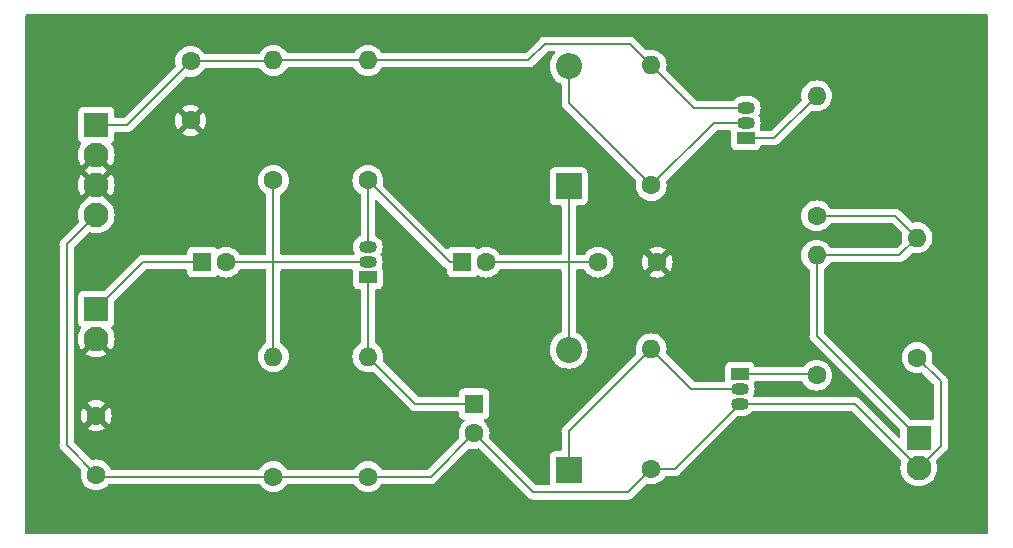
<source format=gbr>
%TF.GenerationSoftware,KiCad,Pcbnew,7.0.11-7.0.11~ubuntu20.04.1*%
%TF.CreationDate,2024-04-30T23:20:12-04:00*%
%TF.ProjectId,AudioAmpEEL,41756469-6f41-46d7-9045-454c2e6b6963,rev?*%
%TF.SameCoordinates,Original*%
%TF.FileFunction,Copper,L2,Bot*%
%TF.FilePolarity,Positive*%
%FSLAX46Y46*%
G04 Gerber Fmt 4.6, Leading zero omitted, Abs format (unit mm)*
G04 Created by KiCad (PCBNEW 7.0.11-7.0.11~ubuntu20.04.1) date 2024-04-30 23:20:12*
%MOMM*%
%LPD*%
G01*
G04 APERTURE LIST*
%TA.AperFunction,ComponentPad*%
%ADD10R,1.600000X1.600000*%
%TD*%
%TA.AperFunction,ComponentPad*%
%ADD11C,1.600000*%
%TD*%
%TA.AperFunction,ComponentPad*%
%ADD12O,1.600000X1.600000*%
%TD*%
%TA.AperFunction,ComponentPad*%
%ADD13R,2.200000X2.200000*%
%TD*%
%TA.AperFunction,ComponentPad*%
%ADD14O,2.200000X2.200000*%
%TD*%
%TA.AperFunction,ComponentPad*%
%ADD15R,2.100000X2.100000*%
%TD*%
%TA.AperFunction,ComponentPad*%
%ADD16C,2.100000*%
%TD*%
%TA.AperFunction,ComponentPad*%
%ADD17R,1.500000X1.050000*%
%TD*%
%TA.AperFunction,ComponentPad*%
%ADD18O,1.500000X1.050000*%
%TD*%
%TA.AperFunction,Conductor*%
%ADD19C,0.200000*%
%TD*%
G04 APERTURE END LIST*
D10*
%TO.P,C2,1*%
%TO.N,Net-(Q1-C)*%
X140000000Y-93000000D03*
D11*
%TO.P,C2,2*%
%TO.N,Net-(D1-K)*%
X142000000Y-93000000D03*
%TD*%
%TO.P,R3,1*%
%TO.N,Net-(D1-A)*%
X156000000Y-86500000D03*
D12*
%TO.P,R3,2*%
%TO.N,/Vcc (+9V)*%
X156000000Y-76340000D03*
%TD*%
D13*
%TO.P,D2,1,K*%
%TO.N,Net-(D2-K)*%
X149000000Y-110580000D03*
D14*
%TO.P,D2,2,A*%
%TO.N,Net-(D1-K)*%
X149000000Y-100420000D03*
%TD*%
D15*
%TO.P,J3,1,Pin_1*%
%TO.N,/Vcc (+9V)*%
X109000000Y-81380000D03*
D16*
%TO.P,J3,2,Pin_2*%
%TO.N,GNDREF*%
X109000000Y-83920000D03*
%TO.P,J3,3,Pin_3*%
X109000000Y-86460000D03*
%TO.P,J3,4,Pin_4*%
%TO.N,/Vee (-9V)*%
X109000000Y-89000000D03*
%TD*%
D11*
%TO.P,RLoad1,1*%
%TO.N,/Vee (-9V)*%
X178500000Y-101080000D03*
D12*
%TO.P,RLoad1,2*%
%TO.N,/Vout*%
X178500000Y-90920000D03*
%TD*%
D11*
%TO.P,R4,1*%
%TO.N,/Vee (-9V)*%
X156000000Y-110500000D03*
D12*
%TO.P,R4,2*%
%TO.N,Net-(D2-K)*%
X156000000Y-100340000D03*
%TD*%
D11*
%TO.P,C6,1*%
%TO.N,/Vee (-9V)*%
X109000000Y-111000000D03*
%TO.P,C6,2*%
%TO.N,GNDREF*%
X109000000Y-106000000D03*
%TD*%
D15*
%TO.P,J1,1,Pin_1*%
%TO.N,/Vin*%
X109000000Y-96960000D03*
D16*
%TO.P,J1,2,Pin_2*%
%TO.N,GNDREF*%
X109000000Y-99500000D03*
%TD*%
D17*
%TO.P,Q3,1,E*%
%TO.N,Net-(Q3-E)*%
X163500000Y-102460000D03*
D18*
%TO.P,Q3,2,B*%
%TO.N,Net-(D2-K)*%
X163500000Y-103730000D03*
%TO.P,Q3,3,C*%
%TO.N,/Vee (-9V)*%
X163500000Y-105000000D03*
%TD*%
D17*
%TO.P,Q2,1,E*%
%TO.N,Net-(Q2-E)*%
X164000000Y-82500000D03*
D18*
%TO.P,Q2,2,B*%
%TO.N,Net-(D1-A)*%
X164000000Y-81230000D03*
%TO.P,Q2,3,C*%
%TO.N,/Vcc (+9V)*%
X164000000Y-79960000D03*
%TD*%
D17*
%TO.P,Q1,1,E*%
%TO.N,Net-(Q1-E)*%
X132000000Y-94270000D03*
D18*
%TO.P,Q1,2,B*%
%TO.N,Net-(Q1-B)*%
X132000000Y-93000000D03*
%TO.P,Q1,3,C*%
%TO.N,Net-(Q1-C)*%
X132000000Y-91730000D03*
%TD*%
D10*
%TO.P,C1,1*%
%TO.N,/Vin*%
X118000000Y-93000000D03*
D11*
%TO.P,C1,2*%
%TO.N,Net-(Q1-B)*%
X120000000Y-93000000D03*
%TD*%
%TO.P,R5,1*%
%TO.N,Net-(Q3-E)*%
X170000000Y-102580000D03*
D12*
%TO.P,R5,2*%
%TO.N,/Vout*%
X170000000Y-92420000D03*
%TD*%
D11*
%TO.P,Rc1,1*%
%TO.N,Net-(Q1-C)*%
X132000000Y-86080000D03*
D12*
%TO.P,Rc1,2*%
%TO.N,/Vcc (+9V)*%
X132000000Y-75920000D03*
%TD*%
D11*
%TO.P,C5,1*%
%TO.N,Net-(D1-K)*%
X151500000Y-93000000D03*
%TO.P,C5,2*%
%TO.N,GNDREF*%
X156500000Y-93000000D03*
%TD*%
%TO.P,C4,1*%
%TO.N,GNDREF*%
X117000000Y-81000000D03*
%TO.P,C4,2*%
%TO.N,/Vcc (+9V)*%
X117000000Y-76000000D03*
%TD*%
D15*
%TO.P,J2,1,Pin_1*%
%TO.N,/Vout*%
X178640000Y-107890000D03*
D16*
%TO.P,J2,2,Pin_2*%
%TO.N,/Vee (-9V)*%
X178640000Y-110430000D03*
%TD*%
D11*
%TO.P,R6,1*%
%TO.N,/Vout*%
X170000000Y-89080000D03*
D12*
%TO.P,R6,2*%
%TO.N,Net-(Q2-E)*%
X170000000Y-78920000D03*
%TD*%
D13*
%TO.P,D1,1,K*%
%TO.N,Net-(D1-K)*%
X149000000Y-86580000D03*
D14*
%TO.P,D1,2,A*%
%TO.N,Net-(D1-A)*%
X149000000Y-76420000D03*
%TD*%
D11*
%TO.P,R1,1*%
%TO.N,Net-(Q1-B)*%
X124000000Y-86080000D03*
D12*
%TO.P,R1,2*%
%TO.N,/Vcc (+9V)*%
X124000000Y-75920000D03*
%TD*%
D11*
%TO.P,Re1,1*%
%TO.N,/Vee (-9V)*%
X132000000Y-111160000D03*
D12*
%TO.P,Re1,2*%
%TO.N,Net-(Q1-E)*%
X132000000Y-101000000D03*
%TD*%
D10*
%TO.P,C3,1*%
%TO.N,Net-(Q1-E)*%
X141000000Y-105000000D03*
D11*
%TO.P,C3,2*%
%TO.N,/Vee (-9V)*%
X141000000Y-107500000D03*
%TD*%
%TO.P,R2,1*%
%TO.N,/Vee (-9V)*%
X124000000Y-111160000D03*
D12*
%TO.P,R2,2*%
%TO.N,Net-(Q1-B)*%
X124000000Y-101000000D03*
%TD*%
D19*
%TO.N,/Vin*%
X118000000Y-93000000D02*
X112960000Y-93000000D01*
X112960000Y-93000000D02*
X109000000Y-96960000D01*
%TO.N,Net-(Q1-B)*%
X124000000Y-101000000D02*
X124000000Y-93000000D01*
X124000000Y-93000000D02*
X124000000Y-92000000D01*
X120000000Y-93000000D02*
X124000000Y-93000000D01*
X124000000Y-92000000D02*
X124000000Y-86080000D01*
X132000000Y-93000000D02*
X124000000Y-93000000D01*
%TO.N,Net-(Q1-C)*%
X138920000Y-93000000D02*
X132000000Y-86080000D01*
X132000000Y-91730000D02*
X132000000Y-86080000D01*
X140000000Y-93000000D02*
X138920000Y-93000000D01*
%TO.N,Net-(D1-K)*%
X149000000Y-93000000D02*
X142000000Y-93000000D01*
X149000000Y-93000000D02*
X149000000Y-100420000D01*
X151500000Y-93000000D02*
X149000000Y-93000000D01*
X149000000Y-86580000D02*
X149000000Y-93000000D01*
%TO.N,Net-(Q1-E)*%
X141000000Y-105000000D02*
X136000000Y-105000000D01*
X136000000Y-105000000D02*
X132000000Y-101000000D01*
X132000000Y-94270000D02*
X132000000Y-101000000D01*
%TO.N,/Vee (-9V)*%
X141000000Y-107500000D02*
X146000000Y-112500000D01*
X109000000Y-89000000D02*
X106500000Y-91500000D01*
X137340000Y-111160000D02*
X141000000Y-107500000D01*
X173210000Y-105000000D02*
X163500000Y-105000000D01*
X106500000Y-108500000D02*
X109000000Y-111000000D01*
X156000000Y-110500000D02*
X158000000Y-110500000D01*
X109160000Y-111160000D02*
X109000000Y-111000000D01*
X124000000Y-111160000D02*
X109160000Y-111160000D01*
X178640000Y-110430000D02*
X173210000Y-105000000D01*
X180500000Y-108570000D02*
X178640000Y-110430000D01*
X178500000Y-101080000D02*
X180500000Y-103080000D01*
X106500000Y-91500000D02*
X106500000Y-108500000D01*
X146000000Y-112500000D02*
X154000000Y-112500000D01*
X132000000Y-111160000D02*
X137340000Y-111160000D01*
X154000000Y-112500000D02*
X156000000Y-110500000D01*
X180500000Y-103080000D02*
X180500000Y-108570000D01*
X158000000Y-110500000D02*
X163500000Y-105000000D01*
X124000000Y-111160000D02*
X132000000Y-111160000D01*
%TO.N,/Vcc (+9V)*%
X159620000Y-79960000D02*
X156000000Y-76340000D01*
X147000000Y-74500000D02*
X154160000Y-74500000D01*
X164000000Y-79960000D02*
X159620000Y-79960000D01*
X117000000Y-76000000D02*
X123920000Y-76000000D01*
X111620000Y-81380000D02*
X117000000Y-76000000D01*
X123920000Y-76000000D02*
X124000000Y-75920000D01*
X132000000Y-75920000D02*
X145580000Y-75920000D01*
X124000000Y-75920000D02*
X132000000Y-75920000D01*
X109000000Y-81380000D02*
X111620000Y-81380000D01*
X154160000Y-74500000D02*
X156000000Y-76340000D01*
X145580000Y-75920000D02*
X147000000Y-74500000D01*
%TO.N,Net-(D1-A)*%
X161270000Y-81230000D02*
X156000000Y-86500000D01*
X164000000Y-81230000D02*
X161270000Y-81230000D01*
X149000000Y-79500000D02*
X156000000Y-86500000D01*
X149000000Y-76420000D02*
X149000000Y-79500000D01*
%TO.N,Net-(D2-K)*%
X156000000Y-100340000D02*
X159390000Y-103730000D01*
X149000000Y-107340000D02*
X156000000Y-100340000D01*
X149000000Y-110580000D02*
X149000000Y-107340000D01*
X159390000Y-103730000D02*
X163500000Y-103730000D01*
%TO.N,/Vout*%
X170000000Y-92420000D02*
X177000000Y-92420000D01*
X177000000Y-92420000D02*
X178500000Y-90920000D01*
X170000000Y-92420000D02*
X170000000Y-99250000D01*
X170000000Y-89080000D02*
X176660000Y-89080000D01*
X170000000Y-99250000D02*
X178640000Y-107890000D01*
X176660000Y-89080000D02*
X178500000Y-90920000D01*
%TO.N,Net-(Q2-E)*%
X166420000Y-82500000D02*
X164000000Y-82500000D01*
X170000000Y-78920000D02*
X166420000Y-82500000D01*
%TO.N,Net-(Q3-E)*%
X163500000Y-102460000D02*
X169880000Y-102460000D01*
X169880000Y-102460000D02*
X170000000Y-102580000D01*
%TD*%
%TA.AperFunction,Conductor*%
%TO.N,GNDREF*%
G36*
X184442539Y-72020185D02*
G01*
X184488294Y-72072989D01*
X184499500Y-72124500D01*
X184499500Y-115875500D01*
X184479815Y-115942539D01*
X184427011Y-115988294D01*
X184375500Y-115999500D01*
X103124500Y-115999500D01*
X103057461Y-115979815D01*
X103011706Y-115927011D01*
X103000500Y-115875500D01*
X103000500Y-108500000D01*
X105894318Y-108500000D01*
X105899500Y-108539360D01*
X105899500Y-108539361D01*
X105914955Y-108656760D01*
X105914956Y-108656762D01*
X105968336Y-108785634D01*
X105975464Y-108802841D01*
X106067311Y-108922539D01*
X106071719Y-108928283D01*
X106096769Y-108947504D01*
X106108964Y-108958199D01*
X107708058Y-110557293D01*
X107741543Y-110618616D01*
X107740152Y-110677067D01*
X107714366Y-110773302D01*
X107714364Y-110773313D01*
X107694532Y-110999998D01*
X107694532Y-110999999D01*
X107714364Y-111226686D01*
X107714366Y-111226697D01*
X107773258Y-111446488D01*
X107773261Y-111446497D01*
X107824689Y-111556783D01*
X107869432Y-111652734D01*
X107891699Y-111684535D01*
X107999954Y-111839141D01*
X108160858Y-112000045D01*
X108160861Y-112000047D01*
X108347266Y-112130568D01*
X108553504Y-112226739D01*
X108773308Y-112285635D01*
X108935230Y-112299801D01*
X108999998Y-112305468D01*
X109000000Y-112305468D01*
X109000002Y-112305468D01*
X109056673Y-112300509D01*
X109226692Y-112285635D01*
X109446496Y-112226739D01*
X109652734Y-112130568D01*
X109839139Y-112000047D01*
X110000047Y-111839139D01*
X110018086Y-111813377D01*
X110072663Y-111769752D01*
X110119661Y-111760500D01*
X122768308Y-111760500D01*
X122835347Y-111780185D01*
X122869880Y-111813374D01*
X122930186Y-111899500D01*
X122999954Y-111999141D01*
X123160858Y-112160045D01*
X123160861Y-112160047D01*
X123347266Y-112290568D01*
X123553504Y-112386739D01*
X123773308Y-112445635D01*
X123935230Y-112459801D01*
X123999998Y-112465468D01*
X124000000Y-112465468D01*
X124000002Y-112465468D01*
X124056673Y-112460509D01*
X124226692Y-112445635D01*
X124446496Y-112386739D01*
X124652734Y-112290568D01*
X124839139Y-112160047D01*
X125000047Y-111999139D01*
X125130118Y-111813375D01*
X125184693Y-111769752D01*
X125231692Y-111760500D01*
X130768308Y-111760500D01*
X130835347Y-111780185D01*
X130869880Y-111813374D01*
X130930186Y-111899500D01*
X130999954Y-111999141D01*
X131160858Y-112160045D01*
X131160861Y-112160047D01*
X131347266Y-112290568D01*
X131553504Y-112386739D01*
X131773308Y-112445635D01*
X131935230Y-112459801D01*
X131999998Y-112465468D01*
X132000000Y-112465468D01*
X132000002Y-112465468D01*
X132056673Y-112460509D01*
X132226692Y-112445635D01*
X132446496Y-112386739D01*
X132652734Y-112290568D01*
X132839139Y-112160047D01*
X133000047Y-111999139D01*
X133130118Y-111813375D01*
X133184693Y-111769752D01*
X133231692Y-111760500D01*
X137292513Y-111760500D01*
X137308697Y-111761560D01*
X137340000Y-111765682D01*
X137340001Y-111765682D01*
X137394887Y-111758456D01*
X137496762Y-111745044D01*
X137642841Y-111684536D01*
X137684286Y-111652734D01*
X137768282Y-111588282D01*
X137787509Y-111563223D01*
X137798190Y-111551043D01*
X140557294Y-108791939D01*
X140618615Y-108758456D01*
X140677066Y-108759847D01*
X140683273Y-108761510D01*
X140773308Y-108785635D01*
X140935230Y-108799801D01*
X140999998Y-108805468D01*
X141000000Y-108805468D01*
X141000002Y-108805468D01*
X141056673Y-108800509D01*
X141226692Y-108785635D01*
X141322932Y-108759847D01*
X141392781Y-108761510D01*
X141442706Y-108791941D01*
X145541799Y-112891034D01*
X145552493Y-112903228D01*
X145571715Y-112928279D01*
X145571716Y-112928280D01*
X145571718Y-112928282D01*
X145697159Y-113024536D01*
X145843238Y-113085044D01*
X145921619Y-113095363D01*
X145999999Y-113105682D01*
X146000000Y-113105682D01*
X146031302Y-113101560D01*
X146047487Y-113100500D01*
X153952513Y-113100500D01*
X153968697Y-113101560D01*
X154000000Y-113105682D01*
X154000001Y-113105682D01*
X154052254Y-113098802D01*
X154156762Y-113085044D01*
X154302841Y-113024536D01*
X154428282Y-112928282D01*
X154447509Y-112903223D01*
X154458190Y-112891043D01*
X155557294Y-111791939D01*
X155618615Y-111758456D01*
X155677066Y-111759847D01*
X155686023Y-111762247D01*
X155773308Y-111785635D01*
X155935230Y-111799801D01*
X155999998Y-111805468D01*
X156000000Y-111805468D01*
X156000002Y-111805468D01*
X156056673Y-111800509D01*
X156226692Y-111785635D01*
X156446496Y-111726739D01*
X156652734Y-111630568D01*
X156839139Y-111500047D01*
X157000047Y-111339139D01*
X157130118Y-111153375D01*
X157184693Y-111109752D01*
X157231692Y-111100500D01*
X157952513Y-111100500D01*
X157968697Y-111101560D01*
X158000000Y-111105682D01*
X158000001Y-111105682D01*
X158052254Y-111098802D01*
X158156762Y-111085044D01*
X158302841Y-111024536D01*
X158334817Y-111000000D01*
X158428282Y-110928282D01*
X158447510Y-110903222D01*
X158458189Y-110891044D01*
X163287416Y-106061819D01*
X163348739Y-106028334D01*
X163375097Y-106025500D01*
X163775377Y-106025500D01*
X163775380Y-106025500D01*
X163926033Y-106010662D01*
X164119341Y-105952023D01*
X164297494Y-105856798D01*
X164453647Y-105728647D01*
X164514987Y-105653902D01*
X164521608Y-105645836D01*
X164579354Y-105606501D01*
X164617462Y-105600500D01*
X172909903Y-105600500D01*
X172976942Y-105620185D01*
X172997584Y-105636819D01*
X177145977Y-109785212D01*
X177179462Y-109846535D01*
X177174478Y-109916227D01*
X177172858Y-109920345D01*
X177160829Y-109949385D01*
X177103853Y-110186702D01*
X177084706Y-110430000D01*
X177103853Y-110673297D01*
X177103853Y-110673300D01*
X177103854Y-110673302D01*
X177139777Y-110822931D01*
X177160830Y-110910619D01*
X177254222Y-111136089D01*
X177381737Y-111344173D01*
X177381738Y-111344176D01*
X177381741Y-111344179D01*
X177540241Y-111529759D01*
X177683897Y-111652453D01*
X177725823Y-111688261D01*
X177725826Y-111688262D01*
X177933910Y-111815777D01*
X178159381Y-111909169D01*
X178159378Y-111909169D01*
X178159384Y-111909170D01*
X178159388Y-111909172D01*
X178396698Y-111966146D01*
X178640000Y-111985294D01*
X178883302Y-111966146D01*
X179120612Y-111909172D01*
X179346089Y-111815777D01*
X179554179Y-111688259D01*
X179739759Y-111529759D01*
X179898259Y-111344179D01*
X180025777Y-111136089D01*
X180119172Y-110910612D01*
X180176146Y-110673302D01*
X180195294Y-110430000D01*
X180176146Y-110186698D01*
X180119172Y-109949388D01*
X180107141Y-109920344D01*
X180099672Y-109850880D01*
X180130945Y-109788400D01*
X180133993Y-109785240D01*
X180891043Y-109028190D01*
X180903223Y-109017509D01*
X180928282Y-108998282D01*
X181024536Y-108872841D01*
X181085044Y-108726762D01*
X181100500Y-108609361D01*
X181105682Y-108570000D01*
X181101561Y-108538697D01*
X181100500Y-108522512D01*
X181100500Y-103127487D01*
X181101561Y-103111301D01*
X181105682Y-103080000D01*
X181105682Y-103079998D01*
X181085044Y-102923239D01*
X181085042Y-102923234D01*
X181024538Y-102777163D01*
X181024535Y-102777157D01*
X180993538Y-102736762D01*
X180993537Y-102736761D01*
X180928281Y-102651717D01*
X180903228Y-102632493D01*
X180891034Y-102621799D01*
X179791941Y-101522706D01*
X179758456Y-101461383D01*
X179759847Y-101402931D01*
X179765621Y-101381383D01*
X179785635Y-101306692D01*
X179805468Y-101080000D01*
X179785635Y-100853308D01*
X179726739Y-100633504D01*
X179630568Y-100427266D01*
X179500047Y-100240861D01*
X179500045Y-100240858D01*
X179339141Y-100079954D01*
X179152734Y-99949432D01*
X179152732Y-99949431D01*
X178946497Y-99853261D01*
X178946488Y-99853258D01*
X178726697Y-99794366D01*
X178726693Y-99794365D01*
X178726692Y-99794365D01*
X178726691Y-99794364D01*
X178726686Y-99794364D01*
X178500002Y-99774532D01*
X178499998Y-99774532D01*
X178273313Y-99794364D01*
X178273302Y-99794366D01*
X178053511Y-99853258D01*
X178053502Y-99853261D01*
X177847267Y-99949431D01*
X177847265Y-99949432D01*
X177660858Y-100079954D01*
X177499954Y-100240858D01*
X177369432Y-100427265D01*
X177369431Y-100427267D01*
X177273261Y-100633502D01*
X177273258Y-100633511D01*
X177214366Y-100853302D01*
X177214364Y-100853313D01*
X177194532Y-101079998D01*
X177194532Y-101080001D01*
X177214364Y-101306686D01*
X177214366Y-101306697D01*
X177273258Y-101526488D01*
X177273261Y-101526497D01*
X177369431Y-101732732D01*
X177369432Y-101732734D01*
X177499954Y-101919141D01*
X177660858Y-102080045D01*
X177660861Y-102080047D01*
X177847266Y-102210568D01*
X178053504Y-102306739D01*
X178273308Y-102365635D01*
X178435230Y-102379801D01*
X178499998Y-102385468D01*
X178500000Y-102385468D01*
X178500002Y-102385468D01*
X178556673Y-102380509D01*
X178726692Y-102365635D01*
X178822932Y-102339847D01*
X178892781Y-102341510D01*
X178942706Y-102371941D01*
X179863181Y-103292416D01*
X179896666Y-103353739D01*
X179899500Y-103380097D01*
X179899500Y-106218831D01*
X179879815Y-106285870D01*
X179827011Y-106331625D01*
X179762247Y-106342120D01*
X179737873Y-106339500D01*
X179737867Y-106339500D01*
X177990097Y-106339500D01*
X177923058Y-106319815D01*
X177902416Y-106303181D01*
X170636819Y-99037584D01*
X170603334Y-98976261D01*
X170600500Y-98949903D01*
X170600500Y-93651692D01*
X170620185Y-93584653D01*
X170653374Y-93550119D01*
X170839139Y-93420047D01*
X171000047Y-93259139D01*
X171130118Y-93073375D01*
X171184693Y-93029752D01*
X171231692Y-93020500D01*
X176952513Y-93020500D01*
X176968697Y-93021560D01*
X177000000Y-93025682D01*
X177000001Y-93025682D01*
X177052254Y-93018802D01*
X177156762Y-93005044D01*
X177302841Y-92944536D01*
X177353904Y-92905354D01*
X177428282Y-92848282D01*
X177447509Y-92823223D01*
X177458190Y-92811043D01*
X178057294Y-92211939D01*
X178118615Y-92178456D01*
X178177066Y-92179847D01*
X178196604Y-92185082D01*
X178273308Y-92205635D01*
X178435230Y-92219801D01*
X178499998Y-92225468D01*
X178500000Y-92225468D01*
X178500002Y-92225468D01*
X178556673Y-92220509D01*
X178726692Y-92205635D01*
X178946496Y-92146739D01*
X179152734Y-92050568D01*
X179339139Y-91920047D01*
X179500047Y-91759139D01*
X179630568Y-91572734D01*
X179726739Y-91366496D01*
X179785635Y-91146692D01*
X179805468Y-90920000D01*
X179785635Y-90693308D01*
X179740916Y-90526415D01*
X179726741Y-90473511D01*
X179726738Y-90473502D01*
X179685687Y-90385468D01*
X179630568Y-90267266D01*
X179500047Y-90080861D01*
X179500045Y-90080858D01*
X179339141Y-89919954D01*
X179152734Y-89789432D01*
X179152732Y-89789431D01*
X178946497Y-89693261D01*
X178946488Y-89693258D01*
X178726697Y-89634366D01*
X178726693Y-89634365D01*
X178726692Y-89634365D01*
X178726691Y-89634364D01*
X178726686Y-89634364D01*
X178500002Y-89614532D01*
X178499998Y-89614532D01*
X178273313Y-89634364D01*
X178273302Y-89634366D01*
X178177067Y-89660152D01*
X178107217Y-89658489D01*
X178057293Y-89628058D01*
X177118199Y-88688964D01*
X177107504Y-88676769D01*
X177088283Y-88651719D01*
X177064542Y-88633502D01*
X176962841Y-88555464D01*
X176816762Y-88494956D01*
X176816760Y-88494955D01*
X176699361Y-88479500D01*
X176660000Y-88474318D01*
X176628697Y-88478439D01*
X176612513Y-88479500D01*
X171231692Y-88479500D01*
X171164653Y-88459815D01*
X171130119Y-88426625D01*
X171000047Y-88240861D01*
X171000045Y-88240858D01*
X170839141Y-88079954D01*
X170652734Y-87949432D01*
X170652732Y-87949431D01*
X170446497Y-87853261D01*
X170446488Y-87853258D01*
X170226697Y-87794366D01*
X170226693Y-87794365D01*
X170226692Y-87794365D01*
X170226691Y-87794364D01*
X170226686Y-87794364D01*
X170000002Y-87774532D01*
X169999998Y-87774532D01*
X169773313Y-87794364D01*
X169773302Y-87794366D01*
X169553511Y-87853258D01*
X169553502Y-87853261D01*
X169347267Y-87949431D01*
X169347265Y-87949432D01*
X169160858Y-88079954D01*
X168999954Y-88240858D01*
X168869432Y-88427265D01*
X168869431Y-88427267D01*
X168773261Y-88633502D01*
X168773258Y-88633511D01*
X168714366Y-88853302D01*
X168714364Y-88853313D01*
X168694532Y-89079998D01*
X168694532Y-89080001D01*
X168714364Y-89306686D01*
X168714366Y-89306697D01*
X168773258Y-89526488D01*
X168773261Y-89526497D01*
X168869431Y-89732732D01*
X168869432Y-89732734D01*
X168999954Y-89919141D01*
X169160858Y-90080045D01*
X169189011Y-90099758D01*
X169347266Y-90210568D01*
X169553504Y-90306739D01*
X169773308Y-90365635D01*
X169935230Y-90379801D01*
X169999998Y-90385468D01*
X170000000Y-90385468D01*
X170000002Y-90385468D01*
X170056673Y-90380509D01*
X170226692Y-90365635D01*
X170446496Y-90306739D01*
X170652734Y-90210568D01*
X170839139Y-90080047D01*
X171000047Y-89919139D01*
X171130118Y-89733375D01*
X171184693Y-89689752D01*
X171231692Y-89680500D01*
X176359903Y-89680500D01*
X176426942Y-89700185D01*
X176447584Y-89716819D01*
X177208058Y-90477293D01*
X177241543Y-90538616D01*
X177240152Y-90597067D01*
X177214366Y-90693302D01*
X177214364Y-90693313D01*
X177194532Y-90919998D01*
X177194532Y-90920001D01*
X177213286Y-91134366D01*
X177214365Y-91146692D01*
X177227889Y-91197163D01*
X177240152Y-91242931D01*
X177238489Y-91312781D01*
X177208058Y-91362705D01*
X176787584Y-91783181D01*
X176726261Y-91816666D01*
X176699903Y-91819500D01*
X171231692Y-91819500D01*
X171164653Y-91799815D01*
X171130119Y-91766625D01*
X171000047Y-91580861D01*
X171000045Y-91580858D01*
X170839141Y-91419954D01*
X170652734Y-91289432D01*
X170652732Y-91289431D01*
X170446497Y-91193261D01*
X170446488Y-91193258D01*
X170226697Y-91134366D01*
X170226693Y-91134365D01*
X170226692Y-91134365D01*
X170226691Y-91134364D01*
X170226686Y-91134364D01*
X170000002Y-91114532D01*
X169999998Y-91114532D01*
X169773313Y-91134364D01*
X169773302Y-91134366D01*
X169553511Y-91193258D01*
X169553502Y-91193261D01*
X169347267Y-91289431D01*
X169347265Y-91289432D01*
X169160858Y-91419954D01*
X168999954Y-91580858D01*
X168869432Y-91767265D01*
X168869431Y-91767267D01*
X168773261Y-91973502D01*
X168773258Y-91973511D01*
X168714366Y-92193302D01*
X168714364Y-92193313D01*
X168694532Y-92419998D01*
X168694532Y-92420001D01*
X168714364Y-92646686D01*
X168714366Y-92646697D01*
X168773258Y-92866488D01*
X168773261Y-92866497D01*
X168869431Y-93072732D01*
X168869432Y-93072734D01*
X168999954Y-93259141D01*
X169160858Y-93420045D01*
X169160861Y-93420047D01*
X169346624Y-93550118D01*
X169390248Y-93604693D01*
X169399500Y-93651692D01*
X169399500Y-99202512D01*
X169398439Y-99218697D01*
X169394318Y-99249998D01*
X169394318Y-99250001D01*
X169414955Y-99406760D01*
X169414956Y-99406762D01*
X169453576Y-99500000D01*
X169475464Y-99552841D01*
X169571718Y-99678282D01*
X169571719Y-99678283D01*
X169596769Y-99697504D01*
X169608964Y-99708199D01*
X177053181Y-107152416D01*
X177086666Y-107213739D01*
X177089500Y-107240097D01*
X177089500Y-107730903D01*
X177069815Y-107797942D01*
X177017011Y-107843697D01*
X176947853Y-107853641D01*
X176884297Y-107824616D01*
X176877819Y-107818584D01*
X173668199Y-104608964D01*
X173657503Y-104596767D01*
X173638286Y-104571722D01*
X173638283Y-104571720D01*
X173638282Y-104571718D01*
X173512841Y-104475464D01*
X173366762Y-104414956D01*
X173366760Y-104414955D01*
X173249361Y-104399500D01*
X173210000Y-104394318D01*
X173178697Y-104398439D01*
X173162513Y-104399500D01*
X164736829Y-104399500D01*
X164669790Y-104379815D01*
X164624035Y-104327011D01*
X164614091Y-104257853D01*
X164627471Y-104217047D01*
X164677021Y-104124345D01*
X164677021Y-104124344D01*
X164677023Y-104124341D01*
X164735662Y-103931033D01*
X164755462Y-103730000D01*
X164735662Y-103528967D01*
X164677023Y-103335659D01*
X164677021Y-103335656D01*
X164676694Y-103334576D01*
X164676070Y-103264709D01*
X164690469Y-103235623D01*
X164689544Y-103235118D01*
X164693793Y-103227335D01*
X164693792Y-103227335D01*
X164693796Y-103227331D01*
X164725933Y-103141164D01*
X164767805Y-103085233D01*
X164833269Y-103060816D01*
X164842115Y-103060500D01*
X168710121Y-103060500D01*
X168777160Y-103080185D01*
X168822503Y-103132095D01*
X168869430Y-103232731D01*
X168999954Y-103419141D01*
X169160858Y-103580045D01*
X169160861Y-103580047D01*
X169347266Y-103710568D01*
X169553504Y-103806739D01*
X169773308Y-103865635D01*
X169935230Y-103879801D01*
X169999998Y-103885468D01*
X170000000Y-103885468D01*
X170000002Y-103885468D01*
X170056673Y-103880509D01*
X170226692Y-103865635D01*
X170446496Y-103806739D01*
X170652734Y-103710568D01*
X170839139Y-103580047D01*
X171000047Y-103419139D01*
X171130568Y-103232734D01*
X171226739Y-103026496D01*
X171285635Y-102806692D01*
X171305468Y-102580000D01*
X171285635Y-102353308D01*
X171226739Y-102133504D01*
X171130568Y-101927266D01*
X171000047Y-101740861D01*
X171000045Y-101740858D01*
X170839141Y-101579954D01*
X170652734Y-101449432D01*
X170652732Y-101449431D01*
X170446497Y-101353261D01*
X170446488Y-101353258D01*
X170226697Y-101294366D01*
X170226693Y-101294365D01*
X170226692Y-101294365D01*
X170226691Y-101294364D01*
X170226686Y-101294364D01*
X170000002Y-101274532D01*
X169999998Y-101274532D01*
X169773313Y-101294364D01*
X169773302Y-101294366D01*
X169553511Y-101353258D01*
X169553502Y-101353261D01*
X169347267Y-101449431D01*
X169347265Y-101449432D01*
X169160858Y-101579954D01*
X168999954Y-101740858D01*
X168953906Y-101806623D01*
X168899329Y-101850248D01*
X168852331Y-101859500D01*
X164842115Y-101859500D01*
X164775076Y-101839815D01*
X164729321Y-101787011D01*
X164725933Y-101778833D01*
X164693797Y-101692671D01*
X164693793Y-101692664D01*
X164607547Y-101577455D01*
X164607544Y-101577452D01*
X164492335Y-101491206D01*
X164492328Y-101491202D01*
X164357482Y-101440908D01*
X164357483Y-101440908D01*
X164297883Y-101434501D01*
X164297881Y-101434500D01*
X164297873Y-101434500D01*
X164297864Y-101434500D01*
X162702129Y-101434500D01*
X162702123Y-101434501D01*
X162642516Y-101440908D01*
X162507671Y-101491202D01*
X162507664Y-101491206D01*
X162392455Y-101577452D01*
X162392452Y-101577455D01*
X162306206Y-101692664D01*
X162306202Y-101692671D01*
X162255908Y-101827517D01*
X162249501Y-101887116D01*
X162249500Y-101887135D01*
X162249501Y-103005500D01*
X162229816Y-103072539D01*
X162177013Y-103118294D01*
X162125501Y-103129500D01*
X159690097Y-103129500D01*
X159623058Y-103109815D01*
X159602416Y-103093181D01*
X157291941Y-100782706D01*
X157258456Y-100721383D01*
X157259847Y-100662931D01*
X157285635Y-100566692D01*
X157305468Y-100340000D01*
X157285635Y-100113308D01*
X157226739Y-99893504D01*
X157130568Y-99687266D01*
X157000047Y-99500861D01*
X157000045Y-99500858D01*
X156839141Y-99339954D01*
X156652734Y-99209432D01*
X156652732Y-99209431D01*
X156446497Y-99113261D01*
X156446488Y-99113258D01*
X156226697Y-99054366D01*
X156226693Y-99054365D01*
X156226692Y-99054365D01*
X156226691Y-99054364D01*
X156226686Y-99054364D01*
X156000002Y-99034532D01*
X155999998Y-99034532D01*
X155773313Y-99054364D01*
X155773302Y-99054366D01*
X155553511Y-99113258D01*
X155553502Y-99113261D01*
X155347267Y-99209431D01*
X155347265Y-99209432D01*
X155160858Y-99339954D01*
X154999954Y-99500858D01*
X154869432Y-99687265D01*
X154869431Y-99687267D01*
X154773261Y-99893502D01*
X154773258Y-99893511D01*
X154714366Y-100113302D01*
X154714364Y-100113313D01*
X154694532Y-100339998D01*
X154694532Y-100340001D01*
X154714364Y-100566686D01*
X154714366Y-100566697D01*
X154740152Y-100662931D01*
X154738489Y-100732781D01*
X154708058Y-100782705D01*
X148608965Y-106881798D01*
X148596775Y-106892489D01*
X148571716Y-106911718D01*
X148475464Y-107037157D01*
X148414956Y-107183237D01*
X148414955Y-107183239D01*
X148394318Y-107339998D01*
X148394318Y-107340000D01*
X148398439Y-107371301D01*
X148399500Y-107387487D01*
X148399500Y-108855500D01*
X148379815Y-108922539D01*
X148327011Y-108968294D01*
X148275500Y-108979500D01*
X147852129Y-108979500D01*
X147852123Y-108979501D01*
X147792516Y-108985908D01*
X147657671Y-109036202D01*
X147657664Y-109036206D01*
X147542455Y-109122452D01*
X147542452Y-109122455D01*
X147456206Y-109237664D01*
X147456202Y-109237671D01*
X147405908Y-109372517D01*
X147399501Y-109432116D01*
X147399501Y-109432123D01*
X147399500Y-109432135D01*
X147399500Y-111727870D01*
X147399501Y-111727876D01*
X147403196Y-111762247D01*
X147390789Y-111831006D01*
X147343178Y-111882143D01*
X147279906Y-111899500D01*
X146300097Y-111899500D01*
X146233058Y-111879815D01*
X146212416Y-111863181D01*
X142291941Y-107942706D01*
X142258456Y-107881383D01*
X142259847Y-107822931D01*
X142266543Y-107797942D01*
X142285635Y-107726692D01*
X142305468Y-107500000D01*
X142285635Y-107273308D01*
X142226739Y-107053504D01*
X142130568Y-106847266D01*
X142000047Y-106660861D01*
X142000045Y-106660858D01*
X141842913Y-106503726D01*
X141809428Y-106442403D01*
X141814412Y-106372711D01*
X141856284Y-106316778D01*
X141902078Y-106295368D01*
X141907480Y-106294091D01*
X141907483Y-106294091D01*
X142042331Y-106243796D01*
X142157546Y-106157546D01*
X142243796Y-106042331D01*
X142294091Y-105907483D01*
X142300500Y-105847873D01*
X142300499Y-104152128D01*
X142294091Y-104092517D01*
X142243796Y-103957669D01*
X142243795Y-103957668D01*
X142243793Y-103957664D01*
X142157547Y-103842455D01*
X142157544Y-103842452D01*
X142042335Y-103756206D01*
X142042328Y-103756202D01*
X141907482Y-103705908D01*
X141907483Y-103705908D01*
X141847883Y-103699501D01*
X141847881Y-103699500D01*
X141847873Y-103699500D01*
X141847864Y-103699500D01*
X140152129Y-103699500D01*
X140152123Y-103699501D01*
X140092516Y-103705908D01*
X139957671Y-103756202D01*
X139957664Y-103756206D01*
X139842455Y-103842452D01*
X139842452Y-103842455D01*
X139756206Y-103957664D01*
X139756202Y-103957671D01*
X139705908Y-104092517D01*
X139699501Y-104152116D01*
X139699501Y-104152123D01*
X139699500Y-104152135D01*
X139699500Y-104275500D01*
X139679815Y-104342539D01*
X139627011Y-104388294D01*
X139575500Y-104399500D01*
X136300097Y-104399500D01*
X136233058Y-104379815D01*
X136212416Y-104363181D01*
X133291941Y-101442706D01*
X133258456Y-101381383D01*
X133259847Y-101322931D01*
X133264198Y-101306693D01*
X133285635Y-101226692D01*
X133305468Y-101000000D01*
X133285635Y-100773308D01*
X133226739Y-100553504D01*
X133130568Y-100347266D01*
X133000047Y-100160861D01*
X133000045Y-100160858D01*
X132839140Y-99999953D01*
X132653377Y-99869881D01*
X132609752Y-99815304D01*
X132600500Y-99768306D01*
X132600500Y-95419499D01*
X132620185Y-95352460D01*
X132672989Y-95306705D01*
X132724500Y-95295499D01*
X132797871Y-95295499D01*
X132797872Y-95295499D01*
X132857483Y-95289091D01*
X132992331Y-95238796D01*
X133107546Y-95152546D01*
X133193796Y-95037331D01*
X133244091Y-94902483D01*
X133250500Y-94842873D01*
X133250499Y-93697128D01*
X133244091Y-93637517D01*
X133233735Y-93609752D01*
X133193797Y-93502671D01*
X133189546Y-93494886D01*
X133191621Y-93493752D01*
X133171671Y-93440274D01*
X133176694Y-93395423D01*
X133177021Y-93394344D01*
X133177023Y-93394341D01*
X133235662Y-93201033D01*
X133255462Y-93000000D01*
X133235662Y-92798967D01*
X133177023Y-92605659D01*
X133081798Y-92427506D01*
X133081794Y-92427502D01*
X133079631Y-92423454D01*
X133065389Y-92355051D01*
X133079631Y-92306546D01*
X133081794Y-92302498D01*
X133081798Y-92302494D01*
X133177023Y-92124341D01*
X133235662Y-91931033D01*
X133255462Y-91730000D01*
X133235662Y-91528967D01*
X133177023Y-91335659D01*
X133177021Y-91335656D01*
X133177021Y-91335654D01*
X133081801Y-91157511D01*
X133081799Y-91157509D01*
X133081798Y-91157506D01*
X133011394Y-91071718D01*
X132953647Y-91001352D01*
X132797495Y-90873203D01*
X132797488Y-90873197D01*
X132666047Y-90802941D01*
X132616202Y-90753979D01*
X132600500Y-90693583D01*
X132600500Y-87829097D01*
X132620185Y-87762058D01*
X132672989Y-87716303D01*
X132742147Y-87706359D01*
X132805703Y-87735384D01*
X132812181Y-87741416D01*
X138461799Y-93391034D01*
X138472493Y-93403228D01*
X138491715Y-93428279D01*
X138491716Y-93428280D01*
X138491718Y-93428282D01*
X138577645Y-93494216D01*
X138617159Y-93524536D01*
X138622951Y-93526935D01*
X138677355Y-93570775D01*
X138699421Y-93637069D01*
X138699500Y-93641496D01*
X138699500Y-93847869D01*
X138699501Y-93847876D01*
X138705908Y-93907483D01*
X138756202Y-94042328D01*
X138756206Y-94042335D01*
X138842452Y-94157544D01*
X138842455Y-94157547D01*
X138957664Y-94243793D01*
X138957671Y-94243797D01*
X139092517Y-94294091D01*
X139092516Y-94294091D01*
X139099444Y-94294835D01*
X139152127Y-94300500D01*
X140847872Y-94300499D01*
X140907483Y-94294091D01*
X141042331Y-94243796D01*
X141157546Y-94157546D01*
X141164051Y-94148856D01*
X141219982Y-94106984D01*
X141289673Y-94101997D01*
X141334442Y-94121589D01*
X141347264Y-94130567D01*
X141347266Y-94130568D01*
X141553504Y-94226739D01*
X141773308Y-94285635D01*
X141935230Y-94299801D01*
X141999998Y-94305468D01*
X142000000Y-94305468D01*
X142000002Y-94305468D01*
X142056807Y-94300498D01*
X142226692Y-94285635D01*
X142446496Y-94226739D01*
X142652734Y-94130568D01*
X142839139Y-94000047D01*
X143000047Y-93839139D01*
X143130118Y-93653375D01*
X143184693Y-93609752D01*
X143231692Y-93600500D01*
X148275500Y-93600500D01*
X148342539Y-93620185D01*
X148388294Y-93672989D01*
X148399500Y-93724500D01*
X148399500Y-98853511D01*
X148379815Y-98920550D01*
X148327011Y-98966305D01*
X148322953Y-98968072D01*
X148271140Y-98989533D01*
X148056346Y-99121160D01*
X148056343Y-99121161D01*
X147864776Y-99284776D01*
X147701161Y-99476343D01*
X147701160Y-99476346D01*
X147569533Y-99691140D01*
X147473126Y-99923889D01*
X147414317Y-100168848D01*
X147394551Y-100420000D01*
X147414317Y-100671151D01*
X147473126Y-100916110D01*
X147569533Y-101148859D01*
X147701160Y-101363653D01*
X147701161Y-101363656D01*
X147725440Y-101392083D01*
X147864776Y-101555224D01*
X147970438Y-101645468D01*
X148056343Y-101718838D01*
X148056346Y-101718839D01*
X148271140Y-101850466D01*
X148456551Y-101927265D01*
X148503889Y-101946873D01*
X148748852Y-102005683D01*
X149000000Y-102025449D01*
X149251148Y-102005683D01*
X149496111Y-101946873D01*
X149728859Y-101850466D01*
X149943659Y-101718836D01*
X150135224Y-101555224D01*
X150298836Y-101363659D01*
X150430466Y-101148859D01*
X150526873Y-100916111D01*
X150585683Y-100671148D01*
X150605449Y-100420000D01*
X150585683Y-100168852D01*
X150526873Y-99923889D01*
X150457089Y-99755415D01*
X150430466Y-99691140D01*
X150298839Y-99476346D01*
X150298838Y-99476343D01*
X150239408Y-99406760D01*
X150135224Y-99284776D01*
X150008571Y-99176604D01*
X149943656Y-99121161D01*
X149943653Y-99121160D01*
X149728858Y-98989533D01*
X149728859Y-98989533D01*
X149677047Y-98968072D01*
X149622643Y-98924230D01*
X149600579Y-98857936D01*
X149600500Y-98853511D01*
X149600500Y-93724500D01*
X149620185Y-93657461D01*
X149672989Y-93611706D01*
X149724500Y-93600500D01*
X150268308Y-93600500D01*
X150335347Y-93620185D01*
X150369880Y-93653374D01*
X150455480Y-93775624D01*
X150499954Y-93839141D01*
X150660858Y-94000045D01*
X150660861Y-94000047D01*
X150847266Y-94130568D01*
X151053504Y-94226739D01*
X151273308Y-94285635D01*
X151435230Y-94299801D01*
X151499998Y-94305468D01*
X151500000Y-94305468D01*
X151500002Y-94305468D01*
X151556807Y-94300498D01*
X151726692Y-94285635D01*
X151946496Y-94226739D01*
X152152734Y-94130568D01*
X152339139Y-94000047D01*
X152500047Y-93839139D01*
X152630568Y-93652734D01*
X152726739Y-93446496D01*
X152785635Y-93226692D01*
X152803582Y-93021561D01*
X152805468Y-93000002D01*
X155195034Y-93000002D01*
X155214858Y-93226599D01*
X155214860Y-93226610D01*
X155273730Y-93446317D01*
X155273735Y-93446331D01*
X155369863Y-93652478D01*
X155420974Y-93725472D01*
X156102046Y-93044400D01*
X156114835Y-93125148D01*
X156172359Y-93238045D01*
X156261955Y-93327641D01*
X156374852Y-93385165D01*
X156455599Y-93397953D01*
X155774526Y-94079025D01*
X155847513Y-94130132D01*
X155847521Y-94130136D01*
X156053668Y-94226264D01*
X156053682Y-94226269D01*
X156273389Y-94285139D01*
X156273400Y-94285141D01*
X156499998Y-94304966D01*
X156500002Y-94304966D01*
X156726599Y-94285141D01*
X156726610Y-94285139D01*
X156946317Y-94226269D01*
X156946331Y-94226264D01*
X157152478Y-94130136D01*
X157225471Y-94079024D01*
X156544400Y-93397953D01*
X156625148Y-93385165D01*
X156738045Y-93327641D01*
X156827641Y-93238045D01*
X156885165Y-93125148D01*
X156897953Y-93044400D01*
X157579024Y-93725471D01*
X157630136Y-93652478D01*
X157726264Y-93446331D01*
X157726269Y-93446317D01*
X157785139Y-93226610D01*
X157785141Y-93226599D01*
X157804966Y-93000002D01*
X157804966Y-92999997D01*
X157785141Y-92773400D01*
X157785139Y-92773389D01*
X157726269Y-92553682D01*
X157726264Y-92553668D01*
X157630136Y-92347521D01*
X157630132Y-92347513D01*
X157579025Y-92274526D01*
X156897953Y-92955598D01*
X156885165Y-92874852D01*
X156827641Y-92761955D01*
X156738045Y-92672359D01*
X156625148Y-92614835D01*
X156544401Y-92602046D01*
X157225472Y-91920974D01*
X157152478Y-91869863D01*
X156946331Y-91773735D01*
X156946317Y-91773730D01*
X156726610Y-91714860D01*
X156726599Y-91714858D01*
X156500002Y-91695034D01*
X156499998Y-91695034D01*
X156273400Y-91714858D01*
X156273389Y-91714860D01*
X156053682Y-91773730D01*
X156053673Y-91773734D01*
X155847516Y-91869866D01*
X155847512Y-91869868D01*
X155774526Y-91920973D01*
X155774526Y-91920974D01*
X156455599Y-92602046D01*
X156374852Y-92614835D01*
X156261955Y-92672359D01*
X156172359Y-92761955D01*
X156114835Y-92874852D01*
X156102046Y-92955598D01*
X155420974Y-92274526D01*
X155420973Y-92274526D01*
X155369868Y-92347512D01*
X155369866Y-92347516D01*
X155273734Y-92553673D01*
X155273730Y-92553682D01*
X155214860Y-92773389D01*
X155214858Y-92773400D01*
X155195034Y-92999997D01*
X155195034Y-93000002D01*
X152805468Y-93000002D01*
X152805468Y-93000001D01*
X152805468Y-92999998D01*
X152799801Y-92935230D01*
X152785635Y-92773308D01*
X152726739Y-92553504D01*
X152630568Y-92347266D01*
X152500047Y-92160861D01*
X152500045Y-92160858D01*
X152339141Y-91999954D01*
X152152734Y-91869432D01*
X152152732Y-91869431D01*
X151946497Y-91773261D01*
X151946488Y-91773258D01*
X151726697Y-91714366D01*
X151726693Y-91714365D01*
X151726692Y-91714365D01*
X151726691Y-91714364D01*
X151726686Y-91714364D01*
X151500002Y-91694532D01*
X151499998Y-91694532D01*
X151273313Y-91714364D01*
X151273302Y-91714366D01*
X151053511Y-91773258D01*
X151053502Y-91773261D01*
X150847267Y-91869431D01*
X150847265Y-91869432D01*
X150660858Y-91999954D01*
X150499954Y-92160858D01*
X150460611Y-92217047D01*
X150369881Y-92346624D01*
X150315307Y-92390248D01*
X150268308Y-92399500D01*
X149724500Y-92399500D01*
X149657461Y-92379815D01*
X149611706Y-92327011D01*
X149600500Y-92275500D01*
X149600500Y-88304499D01*
X149620185Y-88237460D01*
X149672989Y-88191705D01*
X149724500Y-88180499D01*
X150147871Y-88180499D01*
X150147872Y-88180499D01*
X150207483Y-88174091D01*
X150342331Y-88123796D01*
X150457546Y-88037546D01*
X150543796Y-87922331D01*
X150594091Y-87787483D01*
X150600500Y-87727873D01*
X150600499Y-85432128D01*
X150594091Y-85372517D01*
X150544985Y-85240858D01*
X150543797Y-85237671D01*
X150543793Y-85237664D01*
X150457547Y-85122455D01*
X150457544Y-85122452D01*
X150342335Y-85036206D01*
X150342328Y-85036202D01*
X150207482Y-84985908D01*
X150207483Y-84985908D01*
X150147883Y-84979501D01*
X150147881Y-84979500D01*
X150147873Y-84979500D01*
X150147864Y-84979500D01*
X147852129Y-84979500D01*
X147852123Y-84979501D01*
X147792516Y-84985908D01*
X147657671Y-85036202D01*
X147657664Y-85036206D01*
X147542455Y-85122452D01*
X147542452Y-85122455D01*
X147456206Y-85237664D01*
X147456202Y-85237671D01*
X147405908Y-85372517D01*
X147399501Y-85432116D01*
X147399501Y-85432123D01*
X147399500Y-85432135D01*
X147399500Y-87727870D01*
X147399501Y-87727876D01*
X147405908Y-87787483D01*
X147456202Y-87922328D01*
X147456206Y-87922335D01*
X147542452Y-88037544D01*
X147542455Y-88037547D01*
X147657664Y-88123793D01*
X147657671Y-88123797D01*
X147702618Y-88140561D01*
X147792517Y-88174091D01*
X147852127Y-88180500D01*
X148275500Y-88180499D01*
X148342539Y-88200183D01*
X148388294Y-88252987D01*
X148399500Y-88304499D01*
X148399500Y-92275500D01*
X148379815Y-92342539D01*
X148327011Y-92388294D01*
X148275500Y-92399500D01*
X143231692Y-92399500D01*
X143164653Y-92379815D01*
X143130119Y-92346625D01*
X143000047Y-92160861D01*
X143000045Y-92160858D01*
X142839141Y-91999954D01*
X142652734Y-91869432D01*
X142652732Y-91869431D01*
X142446497Y-91773261D01*
X142446488Y-91773258D01*
X142226697Y-91714366D01*
X142226693Y-91714365D01*
X142226692Y-91714365D01*
X142226691Y-91714364D01*
X142226686Y-91714364D01*
X142000002Y-91694532D01*
X141999998Y-91694532D01*
X141773313Y-91714364D01*
X141773302Y-91714366D01*
X141553511Y-91773258D01*
X141553502Y-91773261D01*
X141347267Y-91869431D01*
X141347262Y-91869434D01*
X141334435Y-91878415D01*
X141268227Y-91900738D01*
X141200461Y-91883722D01*
X141164052Y-91851145D01*
X141157546Y-91842454D01*
X141157545Y-91842453D01*
X141157544Y-91842452D01*
X141042335Y-91756206D01*
X141042328Y-91756202D01*
X140907482Y-91705908D01*
X140907483Y-91705908D01*
X140847883Y-91699501D01*
X140847881Y-91699500D01*
X140847873Y-91699500D01*
X140847864Y-91699500D01*
X139152129Y-91699500D01*
X139152123Y-91699501D01*
X139092516Y-91705908D01*
X138957671Y-91756202D01*
X138957664Y-91756206D01*
X138842456Y-91842452D01*
X138842455Y-91842453D01*
X138842454Y-91842454D01*
X138835948Y-91851145D01*
X138829417Y-91859869D01*
X138773482Y-91901738D01*
X138703790Y-91906720D01*
X138642471Y-91873236D01*
X133291941Y-86522706D01*
X133258456Y-86461383D01*
X133259847Y-86402931D01*
X133285635Y-86306692D01*
X133305468Y-86080000D01*
X133303481Y-86057293D01*
X133299801Y-86015230D01*
X133285635Y-85853308D01*
X133226739Y-85633504D01*
X133130568Y-85427266D01*
X133000047Y-85240861D01*
X133000045Y-85240858D01*
X132839141Y-85079954D01*
X132652734Y-84949432D01*
X132652732Y-84949431D01*
X132446497Y-84853261D01*
X132446488Y-84853258D01*
X132226697Y-84794366D01*
X132226693Y-84794365D01*
X132226692Y-84794365D01*
X132226691Y-84794364D01*
X132226686Y-84794364D01*
X132000002Y-84774532D01*
X131999998Y-84774532D01*
X131773313Y-84794364D01*
X131773302Y-84794366D01*
X131553511Y-84853258D01*
X131553502Y-84853261D01*
X131347267Y-84949431D01*
X131347265Y-84949432D01*
X131160858Y-85079954D01*
X130999954Y-85240858D01*
X130869432Y-85427265D01*
X130869431Y-85427267D01*
X130773261Y-85633502D01*
X130773258Y-85633511D01*
X130714366Y-85853302D01*
X130714364Y-85853313D01*
X130694532Y-86079998D01*
X130694532Y-86080001D01*
X130714364Y-86306686D01*
X130714366Y-86306697D01*
X130773258Y-86526488D01*
X130773261Y-86526497D01*
X130869431Y-86732732D01*
X130869432Y-86732734D01*
X130999954Y-86919141D01*
X131160858Y-87080045D01*
X131160861Y-87080047D01*
X131346624Y-87210118D01*
X131390248Y-87264693D01*
X131399500Y-87311692D01*
X131399500Y-90693583D01*
X131379815Y-90760622D01*
X131333953Y-90802941D01*
X131202511Y-90873197D01*
X131202504Y-90873203D01*
X131046352Y-91001352D01*
X130918203Y-91157504D01*
X130918198Y-91157511D01*
X130822978Y-91335654D01*
X130764337Y-91528968D01*
X130744538Y-91730000D01*
X130764337Y-91931031D01*
X130822978Y-92124345D01*
X130872529Y-92217047D01*
X130886771Y-92285449D01*
X130861771Y-92350693D01*
X130805466Y-92392064D01*
X130763171Y-92399500D01*
X124724500Y-92399500D01*
X124657461Y-92379815D01*
X124611706Y-92327011D01*
X124600500Y-92275500D01*
X124600500Y-87311692D01*
X124620185Y-87244653D01*
X124653374Y-87210119D01*
X124839139Y-87080047D01*
X125000047Y-86919139D01*
X125130568Y-86732734D01*
X125226739Y-86526496D01*
X125285635Y-86306692D01*
X125305468Y-86080000D01*
X125303481Y-86057293D01*
X125299801Y-86015230D01*
X125285635Y-85853308D01*
X125226739Y-85633504D01*
X125130568Y-85427266D01*
X125000047Y-85240861D01*
X125000045Y-85240858D01*
X124839141Y-85079954D01*
X124652734Y-84949432D01*
X124652732Y-84949431D01*
X124446497Y-84853261D01*
X124446488Y-84853258D01*
X124226697Y-84794366D01*
X124226693Y-84794365D01*
X124226692Y-84794365D01*
X124226691Y-84794364D01*
X124226686Y-84794364D01*
X124000002Y-84774532D01*
X123999998Y-84774532D01*
X123773313Y-84794364D01*
X123773302Y-84794366D01*
X123553511Y-84853258D01*
X123553502Y-84853261D01*
X123347267Y-84949431D01*
X123347265Y-84949432D01*
X123160858Y-85079954D01*
X122999954Y-85240858D01*
X122869432Y-85427265D01*
X122869431Y-85427267D01*
X122773261Y-85633502D01*
X122773258Y-85633511D01*
X122714366Y-85853302D01*
X122714364Y-85853313D01*
X122694532Y-86079998D01*
X122694532Y-86080001D01*
X122714364Y-86306686D01*
X122714366Y-86306697D01*
X122773258Y-86526488D01*
X122773261Y-86526497D01*
X122869431Y-86732732D01*
X122869432Y-86732734D01*
X122999954Y-86919141D01*
X123160858Y-87080045D01*
X123160861Y-87080047D01*
X123346624Y-87210118D01*
X123390248Y-87264693D01*
X123399500Y-87311692D01*
X123399500Y-92275500D01*
X123379815Y-92342539D01*
X123327011Y-92388294D01*
X123275500Y-92399500D01*
X121231692Y-92399500D01*
X121164653Y-92379815D01*
X121130119Y-92346625D01*
X121000047Y-92160861D01*
X121000045Y-92160858D01*
X120839141Y-91999954D01*
X120652734Y-91869432D01*
X120652732Y-91869431D01*
X120446497Y-91773261D01*
X120446488Y-91773258D01*
X120226697Y-91714366D01*
X120226693Y-91714365D01*
X120226692Y-91714365D01*
X120226691Y-91714364D01*
X120226686Y-91714364D01*
X120000002Y-91694532D01*
X119999998Y-91694532D01*
X119773313Y-91714364D01*
X119773302Y-91714366D01*
X119553511Y-91773258D01*
X119553502Y-91773261D01*
X119347267Y-91869431D01*
X119347262Y-91869434D01*
X119334435Y-91878415D01*
X119268227Y-91900738D01*
X119200461Y-91883722D01*
X119164052Y-91851145D01*
X119157546Y-91842454D01*
X119157545Y-91842453D01*
X119157544Y-91842452D01*
X119042335Y-91756206D01*
X119042328Y-91756202D01*
X118907482Y-91705908D01*
X118907483Y-91705908D01*
X118847883Y-91699501D01*
X118847881Y-91699500D01*
X118847873Y-91699500D01*
X118847864Y-91699500D01*
X117152129Y-91699500D01*
X117152123Y-91699501D01*
X117092516Y-91705908D01*
X116957671Y-91756202D01*
X116957664Y-91756206D01*
X116842455Y-91842452D01*
X116842452Y-91842455D01*
X116756206Y-91957664D01*
X116756202Y-91957671D01*
X116705908Y-92092517D01*
X116699501Y-92152116D01*
X116699500Y-92152135D01*
X116699500Y-92275500D01*
X116679815Y-92342539D01*
X116627011Y-92388294D01*
X116575500Y-92399500D01*
X113007487Y-92399500D01*
X112991302Y-92398439D01*
X112960000Y-92394318D01*
X112920639Y-92399500D01*
X112803239Y-92414955D01*
X112803237Y-92414956D01*
X112657160Y-92475463D01*
X112531714Y-92571721D01*
X112512495Y-92596769D01*
X112501800Y-92608964D01*
X109737582Y-95373181D01*
X109676259Y-95406666D01*
X109649901Y-95409500D01*
X107902129Y-95409500D01*
X107902123Y-95409501D01*
X107842516Y-95415908D01*
X107707671Y-95466202D01*
X107707664Y-95466206D01*
X107592455Y-95552452D01*
X107592452Y-95552455D01*
X107506206Y-95667664D01*
X107506202Y-95667671D01*
X107455908Y-95802517D01*
X107449501Y-95862116D01*
X107449500Y-95862135D01*
X107449500Y-98057870D01*
X107449501Y-98057876D01*
X107455908Y-98117483D01*
X107506202Y-98252328D01*
X107506206Y-98252335D01*
X107575358Y-98344709D01*
X107592454Y-98367546D01*
X107696434Y-98445386D01*
X107738305Y-98501319D01*
X107743289Y-98571011D01*
X107727851Y-98609441D01*
X107614667Y-98794140D01*
X107521303Y-99019542D01*
X107464348Y-99256780D01*
X107445207Y-99500000D01*
X107464348Y-99743219D01*
X107521303Y-99980457D01*
X107614668Y-100205861D01*
X107738504Y-100407941D01*
X108474070Y-99672374D01*
X108476884Y-99685915D01*
X108546442Y-99820156D01*
X108649638Y-99930652D01*
X108778819Y-100009209D01*
X108830002Y-100023549D01*
X108092057Y-100761494D01*
X108294138Y-100885331D01*
X108519542Y-100978696D01*
X108756780Y-101035651D01*
X108756779Y-101035651D01*
X109000000Y-101054792D01*
X109243219Y-101035651D01*
X109480457Y-100978696D01*
X109705861Y-100885331D01*
X109907941Y-100761495D01*
X109907941Y-100761494D01*
X109171568Y-100025121D01*
X109288458Y-99974349D01*
X109405739Y-99878934D01*
X109492928Y-99755415D01*
X109523354Y-99669801D01*
X110261494Y-100407941D01*
X110261495Y-100407941D01*
X110385331Y-100205861D01*
X110478696Y-99980457D01*
X110535651Y-99743219D01*
X110554792Y-99500000D01*
X110535651Y-99256780D01*
X110478696Y-99019542D01*
X110385331Y-98794138D01*
X110272149Y-98609442D01*
X110253904Y-98541996D01*
X110275020Y-98475394D01*
X110303560Y-98445389D01*
X110407546Y-98367546D01*
X110493796Y-98252331D01*
X110544091Y-98117483D01*
X110550500Y-98057873D01*
X110550499Y-96310095D01*
X110570184Y-96243057D01*
X110586813Y-96222420D01*
X113172416Y-93636819D01*
X113233739Y-93603334D01*
X113260097Y-93600500D01*
X116575501Y-93600500D01*
X116642540Y-93620185D01*
X116688295Y-93672989D01*
X116699501Y-93724500D01*
X116699501Y-93847876D01*
X116705908Y-93907483D01*
X116756202Y-94042328D01*
X116756206Y-94042335D01*
X116842452Y-94157544D01*
X116842455Y-94157547D01*
X116957664Y-94243793D01*
X116957671Y-94243797D01*
X117092517Y-94294091D01*
X117092516Y-94294091D01*
X117099444Y-94294835D01*
X117152127Y-94300500D01*
X118847872Y-94300499D01*
X118907483Y-94294091D01*
X119042331Y-94243796D01*
X119157546Y-94157546D01*
X119164051Y-94148856D01*
X119219982Y-94106984D01*
X119289673Y-94101997D01*
X119334442Y-94121589D01*
X119347264Y-94130567D01*
X119347266Y-94130568D01*
X119553504Y-94226739D01*
X119773308Y-94285635D01*
X119935230Y-94299801D01*
X119999998Y-94305468D01*
X120000000Y-94305468D01*
X120000002Y-94305468D01*
X120056807Y-94300498D01*
X120226692Y-94285635D01*
X120446496Y-94226739D01*
X120652734Y-94130568D01*
X120839139Y-94000047D01*
X121000047Y-93839139D01*
X121130118Y-93653375D01*
X121184693Y-93609752D01*
X121231692Y-93600500D01*
X123275500Y-93600500D01*
X123342539Y-93620185D01*
X123388294Y-93672989D01*
X123399500Y-93724500D01*
X123399500Y-99768306D01*
X123379815Y-99835345D01*
X123346623Y-99869881D01*
X123160859Y-99999953D01*
X122999954Y-100160858D01*
X122869432Y-100347265D01*
X122869431Y-100347267D01*
X122773261Y-100553502D01*
X122773258Y-100553511D01*
X122714366Y-100773302D01*
X122714364Y-100773313D01*
X122694532Y-100999998D01*
X122694532Y-101000001D01*
X122714364Y-101226686D01*
X122714366Y-101226697D01*
X122773258Y-101446488D01*
X122773261Y-101446497D01*
X122869431Y-101652732D01*
X122869432Y-101652734D01*
X122999954Y-101839141D01*
X123160858Y-102000045D01*
X123160861Y-102000047D01*
X123347266Y-102130568D01*
X123553504Y-102226739D01*
X123773308Y-102285635D01*
X123935230Y-102299801D01*
X123999998Y-102305468D01*
X124000000Y-102305468D01*
X124000002Y-102305468D01*
X124056673Y-102300509D01*
X124226692Y-102285635D01*
X124446496Y-102226739D01*
X124652734Y-102130568D01*
X124839139Y-102000047D01*
X125000047Y-101839139D01*
X125130568Y-101652734D01*
X125226739Y-101446496D01*
X125285635Y-101226692D01*
X125305468Y-101000000D01*
X125285635Y-100773308D01*
X125226739Y-100553504D01*
X125130568Y-100347266D01*
X125000047Y-100160861D01*
X125000045Y-100160858D01*
X124839140Y-99999953D01*
X124653377Y-99869881D01*
X124609752Y-99815304D01*
X124600500Y-99768306D01*
X124600500Y-93724500D01*
X124620185Y-93657461D01*
X124672989Y-93611706D01*
X124724500Y-93600500D01*
X130625500Y-93600500D01*
X130692539Y-93620185D01*
X130738294Y-93672989D01*
X130749500Y-93724500D01*
X130749500Y-94842870D01*
X130749501Y-94842876D01*
X130755908Y-94902483D01*
X130806202Y-95037328D01*
X130806206Y-95037335D01*
X130892452Y-95152544D01*
X130892455Y-95152547D01*
X131007664Y-95238793D01*
X131007671Y-95238797D01*
X131052618Y-95255561D01*
X131142517Y-95289091D01*
X131202127Y-95295500D01*
X131275500Y-95295499D01*
X131342538Y-95315183D01*
X131388294Y-95367986D01*
X131399500Y-95419499D01*
X131399500Y-99768306D01*
X131379815Y-99835345D01*
X131346623Y-99869881D01*
X131160859Y-99999953D01*
X130999954Y-100160858D01*
X130869432Y-100347265D01*
X130869431Y-100347267D01*
X130773261Y-100553502D01*
X130773258Y-100553511D01*
X130714366Y-100773302D01*
X130714364Y-100773313D01*
X130694532Y-100999998D01*
X130694532Y-101000001D01*
X130714364Y-101226686D01*
X130714366Y-101226697D01*
X130773258Y-101446488D01*
X130773261Y-101446497D01*
X130869431Y-101652732D01*
X130869432Y-101652734D01*
X130999954Y-101839141D01*
X131160858Y-102000045D01*
X131160861Y-102000047D01*
X131347266Y-102130568D01*
X131553504Y-102226739D01*
X131773308Y-102285635D01*
X131935230Y-102299801D01*
X131999998Y-102305468D01*
X132000000Y-102305468D01*
X132000002Y-102305468D01*
X132056673Y-102300509D01*
X132226692Y-102285635D01*
X132322932Y-102259847D01*
X132392781Y-102261510D01*
X132442706Y-102291941D01*
X135541799Y-105391034D01*
X135552493Y-105403228D01*
X135571715Y-105428279D01*
X135571716Y-105428280D01*
X135571718Y-105428282D01*
X135657645Y-105494216D01*
X135697159Y-105524536D01*
X135843238Y-105585044D01*
X135921619Y-105595363D01*
X135999999Y-105605682D01*
X136000000Y-105605682D01*
X136031302Y-105601560D01*
X136047487Y-105600500D01*
X139575501Y-105600500D01*
X139642540Y-105620185D01*
X139688295Y-105672989D01*
X139699501Y-105724500D01*
X139699501Y-105847876D01*
X139705908Y-105907483D01*
X139756202Y-106042328D01*
X139756206Y-106042335D01*
X139842452Y-106157544D01*
X139842455Y-106157547D01*
X139957664Y-106243793D01*
X139957671Y-106243797D01*
X140010927Y-106263660D01*
X140092517Y-106294091D01*
X140092527Y-106294092D01*
X140097913Y-106295365D01*
X140158631Y-106329935D01*
X140191021Y-106391843D01*
X140184799Y-106461435D01*
X140157088Y-106503725D01*
X139999951Y-106660862D01*
X139869432Y-106847265D01*
X139869431Y-106847267D01*
X139773261Y-107053502D01*
X139773258Y-107053511D01*
X139714366Y-107273302D01*
X139714364Y-107273313D01*
X139694532Y-107499998D01*
X139694532Y-107500001D01*
X139714364Y-107726686D01*
X139714366Y-107726697D01*
X139740152Y-107822931D01*
X139738489Y-107892781D01*
X139708058Y-107942705D01*
X137127584Y-110523181D01*
X137066261Y-110556666D01*
X137039903Y-110559500D01*
X133231692Y-110559500D01*
X133164653Y-110539815D01*
X133130119Y-110506625D01*
X133000047Y-110320861D01*
X133000045Y-110320858D01*
X132839141Y-110159954D01*
X132652734Y-110029432D01*
X132652732Y-110029431D01*
X132446497Y-109933261D01*
X132446488Y-109933258D01*
X132226697Y-109874366D01*
X132226693Y-109874365D01*
X132226692Y-109874365D01*
X132226691Y-109874364D01*
X132226686Y-109874364D01*
X132000002Y-109854532D01*
X131999998Y-109854532D01*
X131773313Y-109874364D01*
X131773302Y-109874366D01*
X131553511Y-109933258D01*
X131553502Y-109933261D01*
X131347267Y-110029431D01*
X131347265Y-110029432D01*
X131160858Y-110159954D01*
X130999954Y-110320858D01*
X130981463Y-110347267D01*
X130869881Y-110506624D01*
X130815307Y-110550248D01*
X130768308Y-110559500D01*
X125231692Y-110559500D01*
X125164653Y-110539815D01*
X125130119Y-110506625D01*
X125000047Y-110320861D01*
X125000045Y-110320858D01*
X124839141Y-110159954D01*
X124652734Y-110029432D01*
X124652732Y-110029431D01*
X124446497Y-109933261D01*
X124446488Y-109933258D01*
X124226697Y-109874366D01*
X124226693Y-109874365D01*
X124226692Y-109874365D01*
X124226691Y-109874364D01*
X124226686Y-109874364D01*
X124000002Y-109854532D01*
X123999998Y-109854532D01*
X123773313Y-109874364D01*
X123773302Y-109874366D01*
X123553511Y-109933258D01*
X123553502Y-109933261D01*
X123347267Y-110029431D01*
X123347265Y-110029432D01*
X123160858Y-110159954D01*
X122999954Y-110320858D01*
X122981463Y-110347267D01*
X122869881Y-110506624D01*
X122815307Y-110550248D01*
X122768308Y-110559500D01*
X110308531Y-110559500D01*
X110241492Y-110539815D01*
X110196149Y-110487905D01*
X110169147Y-110430000D01*
X110130568Y-110347266D01*
X110000047Y-110160861D01*
X110000045Y-110160858D01*
X109839141Y-109999954D01*
X109652734Y-109869432D01*
X109652732Y-109869431D01*
X109446497Y-109773261D01*
X109446488Y-109773258D01*
X109226697Y-109714366D01*
X109226693Y-109714365D01*
X109226692Y-109714365D01*
X109226691Y-109714364D01*
X109226686Y-109714364D01*
X109000002Y-109694532D01*
X108999998Y-109694532D01*
X108773313Y-109714364D01*
X108773302Y-109714366D01*
X108677067Y-109740152D01*
X108607217Y-109738489D01*
X108557293Y-109708058D01*
X107136819Y-108287584D01*
X107103334Y-108226261D01*
X107100500Y-108199903D01*
X107100500Y-106000002D01*
X107695034Y-106000002D01*
X107714858Y-106226599D01*
X107714860Y-106226610D01*
X107773730Y-106446317D01*
X107773735Y-106446331D01*
X107869863Y-106652478D01*
X107920974Y-106725472D01*
X108602046Y-106044400D01*
X108614835Y-106125148D01*
X108672359Y-106238045D01*
X108761955Y-106327641D01*
X108874852Y-106385165D01*
X108955599Y-106397953D01*
X108274526Y-107079025D01*
X108347513Y-107130132D01*
X108347521Y-107130136D01*
X108553668Y-107226264D01*
X108553682Y-107226269D01*
X108773389Y-107285139D01*
X108773400Y-107285141D01*
X108999998Y-107304966D01*
X109000002Y-107304966D01*
X109226599Y-107285141D01*
X109226610Y-107285139D01*
X109446317Y-107226269D01*
X109446331Y-107226264D01*
X109652478Y-107130136D01*
X109725471Y-107079024D01*
X109044400Y-106397953D01*
X109125148Y-106385165D01*
X109238045Y-106327641D01*
X109327641Y-106238045D01*
X109385165Y-106125148D01*
X109397953Y-106044400D01*
X110079024Y-106725471D01*
X110130136Y-106652478D01*
X110226264Y-106446331D01*
X110226269Y-106446317D01*
X110285139Y-106226610D01*
X110285141Y-106226599D01*
X110304966Y-106000002D01*
X110304966Y-105999997D01*
X110285141Y-105773400D01*
X110285139Y-105773389D01*
X110226269Y-105553682D01*
X110226264Y-105553668D01*
X110130136Y-105347521D01*
X110130132Y-105347513D01*
X110079025Y-105274526D01*
X109397953Y-105955598D01*
X109385165Y-105874852D01*
X109327641Y-105761955D01*
X109238045Y-105672359D01*
X109125148Y-105614835D01*
X109044401Y-105602046D01*
X109725472Y-104920974D01*
X109652478Y-104869863D01*
X109446331Y-104773735D01*
X109446317Y-104773730D01*
X109226610Y-104714860D01*
X109226599Y-104714858D01*
X109000002Y-104695034D01*
X108999998Y-104695034D01*
X108773400Y-104714858D01*
X108773389Y-104714860D01*
X108553682Y-104773730D01*
X108553673Y-104773734D01*
X108347516Y-104869866D01*
X108347512Y-104869868D01*
X108274526Y-104920973D01*
X108274526Y-104920974D01*
X108955599Y-105602046D01*
X108874852Y-105614835D01*
X108761955Y-105672359D01*
X108672359Y-105761955D01*
X108614835Y-105874852D01*
X108602046Y-105955598D01*
X107920974Y-105274526D01*
X107920973Y-105274526D01*
X107869868Y-105347512D01*
X107869866Y-105347516D01*
X107773734Y-105553673D01*
X107773730Y-105553682D01*
X107714860Y-105773389D01*
X107714858Y-105773400D01*
X107695034Y-105999997D01*
X107695034Y-106000002D01*
X107100500Y-106000002D01*
X107100500Y-91800096D01*
X107120185Y-91733057D01*
X107136814Y-91712420D01*
X108355214Y-90494019D01*
X108416535Y-90460536D01*
X108486227Y-90465520D01*
X108490277Y-90467113D01*
X108519388Y-90479172D01*
X108756698Y-90536146D01*
X109000000Y-90555294D01*
X109243302Y-90536146D01*
X109480612Y-90479172D01*
X109706089Y-90385777D01*
X109914179Y-90258259D01*
X110099759Y-90099759D01*
X110258259Y-89914179D01*
X110385777Y-89706089D01*
X110479172Y-89480612D01*
X110536146Y-89243302D01*
X110555294Y-89000000D01*
X110536146Y-88756698D01*
X110479172Y-88519388D01*
X110462650Y-88479500D01*
X110385777Y-88293910D01*
X110258262Y-88085826D01*
X110258261Y-88085823D01*
X110217027Y-88037544D01*
X110099759Y-87900241D01*
X109967735Y-87787482D01*
X109956735Y-87778087D01*
X109942073Y-87755627D01*
X109171568Y-86985121D01*
X109288458Y-86934349D01*
X109405739Y-86838934D01*
X109492928Y-86715415D01*
X109523354Y-86629801D01*
X110261494Y-87367941D01*
X110261495Y-87367941D01*
X110385331Y-87165861D01*
X110478696Y-86940457D01*
X110535651Y-86703219D01*
X110554792Y-86460000D01*
X110535651Y-86216780D01*
X110478696Y-85979542D01*
X110385331Y-85754138D01*
X110261494Y-85552057D01*
X109525929Y-86287622D01*
X109523116Y-86274085D01*
X109453558Y-86139844D01*
X109350362Y-86029348D01*
X109221181Y-85950791D01*
X109169996Y-85936449D01*
X109908659Y-85197786D01*
X109908659Y-85182211D01*
X109171569Y-84445121D01*
X109288458Y-84394349D01*
X109405739Y-84298934D01*
X109492928Y-84175415D01*
X109523354Y-84089801D01*
X110261494Y-84827941D01*
X110261495Y-84827941D01*
X110385331Y-84625861D01*
X110478696Y-84400457D01*
X110535651Y-84163219D01*
X110554792Y-83920000D01*
X110535651Y-83676780D01*
X110478696Y-83439542D01*
X110385331Y-83214138D01*
X110272149Y-83029442D01*
X110253904Y-82961996D01*
X110275020Y-82895394D01*
X110303560Y-82865389D01*
X110407546Y-82787546D01*
X110493796Y-82672331D01*
X110544091Y-82537483D01*
X110550500Y-82477873D01*
X110550500Y-82104500D01*
X110570185Y-82037461D01*
X110622989Y-81991706D01*
X110674500Y-81980500D01*
X111572513Y-81980500D01*
X111588697Y-81981560D01*
X111620000Y-81985682D01*
X111620001Y-81985682D01*
X111672254Y-81978802D01*
X111776762Y-81965044D01*
X111922841Y-81904536D01*
X111971085Y-81867517D01*
X112048282Y-81808282D01*
X112067509Y-81783223D01*
X112078190Y-81771043D01*
X112849231Y-81000002D01*
X115695034Y-81000002D01*
X115714858Y-81226599D01*
X115714860Y-81226610D01*
X115773730Y-81446317D01*
X115773735Y-81446331D01*
X115869863Y-81652478D01*
X115920974Y-81725472D01*
X116602046Y-81044400D01*
X116614835Y-81125148D01*
X116672359Y-81238045D01*
X116761955Y-81327641D01*
X116874852Y-81385165D01*
X116955599Y-81397953D01*
X116274526Y-82079025D01*
X116347513Y-82130132D01*
X116347521Y-82130136D01*
X116553668Y-82226264D01*
X116553682Y-82226269D01*
X116773389Y-82285139D01*
X116773400Y-82285141D01*
X116999998Y-82304966D01*
X117000002Y-82304966D01*
X117226599Y-82285141D01*
X117226610Y-82285139D01*
X117446317Y-82226269D01*
X117446331Y-82226264D01*
X117652478Y-82130136D01*
X117725471Y-82079024D01*
X117044400Y-81397953D01*
X117125148Y-81385165D01*
X117238045Y-81327641D01*
X117327641Y-81238045D01*
X117385165Y-81125148D01*
X117397953Y-81044400D01*
X118079024Y-81725471D01*
X118130136Y-81652478D01*
X118226264Y-81446331D01*
X118226269Y-81446317D01*
X118285139Y-81226610D01*
X118285141Y-81226599D01*
X118304966Y-81000002D01*
X118304966Y-80999997D01*
X118285141Y-80773400D01*
X118285139Y-80773389D01*
X118226269Y-80553682D01*
X118226264Y-80553668D01*
X118130136Y-80347521D01*
X118130132Y-80347513D01*
X118079025Y-80274526D01*
X117397953Y-80955598D01*
X117385165Y-80874852D01*
X117327641Y-80761955D01*
X117238045Y-80672359D01*
X117125148Y-80614835D01*
X117044401Y-80602046D01*
X117725472Y-79920974D01*
X117652478Y-79869863D01*
X117446331Y-79773735D01*
X117446317Y-79773730D01*
X117226610Y-79714860D01*
X117226599Y-79714858D01*
X117000002Y-79695034D01*
X116999998Y-79695034D01*
X116773400Y-79714858D01*
X116773389Y-79714860D01*
X116553682Y-79773730D01*
X116553673Y-79773734D01*
X116347516Y-79869866D01*
X116347512Y-79869868D01*
X116274526Y-79920973D01*
X116274526Y-79920974D01*
X116955599Y-80602046D01*
X116874852Y-80614835D01*
X116761955Y-80672359D01*
X116672359Y-80761955D01*
X116614835Y-80874852D01*
X116602046Y-80955598D01*
X115920974Y-80274526D01*
X115920973Y-80274526D01*
X115869868Y-80347512D01*
X115869866Y-80347516D01*
X115773734Y-80553673D01*
X115773730Y-80553682D01*
X115714860Y-80773389D01*
X115714858Y-80773400D01*
X115695034Y-80999997D01*
X115695034Y-81000002D01*
X112849231Y-81000002D01*
X116557294Y-77291939D01*
X116618615Y-77258456D01*
X116677066Y-77259847D01*
X116696604Y-77265082D01*
X116773308Y-77285635D01*
X116935230Y-77299801D01*
X116999998Y-77305468D01*
X117000000Y-77305468D01*
X117000002Y-77305468D01*
X117056673Y-77300509D01*
X117226692Y-77285635D01*
X117446496Y-77226739D01*
X117652734Y-77130568D01*
X117839139Y-77000047D01*
X118000047Y-76839139D01*
X118130118Y-76653375D01*
X118184693Y-76609752D01*
X118231692Y-76600500D01*
X122824323Y-76600500D01*
X122891362Y-76620185D01*
X122925898Y-76653377D01*
X122999954Y-76759141D01*
X123160858Y-76920045D01*
X123160861Y-76920047D01*
X123347266Y-77050568D01*
X123553504Y-77146739D01*
X123773308Y-77205635D01*
X123935230Y-77219801D01*
X123999998Y-77225468D01*
X124000000Y-77225468D01*
X124000002Y-77225468D01*
X124056673Y-77220509D01*
X124226692Y-77205635D01*
X124446496Y-77146739D01*
X124652734Y-77050568D01*
X124839139Y-76920047D01*
X125000047Y-76759139D01*
X125130118Y-76573375D01*
X125184693Y-76529752D01*
X125231692Y-76520500D01*
X130768308Y-76520500D01*
X130835347Y-76540185D01*
X130869880Y-76573374D01*
X130932588Y-76662931D01*
X130999954Y-76759141D01*
X131160858Y-76920045D01*
X131160861Y-76920047D01*
X131347266Y-77050568D01*
X131553504Y-77146739D01*
X131773308Y-77205635D01*
X131935230Y-77219801D01*
X131999998Y-77225468D01*
X132000000Y-77225468D01*
X132000002Y-77225468D01*
X132056673Y-77220509D01*
X132226692Y-77205635D01*
X132446496Y-77146739D01*
X132652734Y-77050568D01*
X132839139Y-76920047D01*
X133000047Y-76759139D01*
X133130118Y-76573375D01*
X133184693Y-76529752D01*
X133231692Y-76520500D01*
X145532513Y-76520500D01*
X145548697Y-76521560D01*
X145580000Y-76525682D01*
X145580001Y-76525682D01*
X145632254Y-76518802D01*
X145736762Y-76505044D01*
X145882841Y-76444536D01*
X145966113Y-76380639D01*
X146008282Y-76348282D01*
X146027510Y-76323222D01*
X146038189Y-76311044D01*
X147212416Y-75136819D01*
X147273739Y-75103334D01*
X147300097Y-75100500D01*
X147753186Y-75100500D01*
X147820225Y-75120185D01*
X147865980Y-75172989D01*
X147875924Y-75242147D01*
X147847476Y-75305031D01*
X147835119Y-75319500D01*
X147701161Y-75476343D01*
X147701160Y-75476346D01*
X147569533Y-75691140D01*
X147473126Y-75923889D01*
X147414317Y-76168848D01*
X147394551Y-76420000D01*
X147414317Y-76671151D01*
X147473126Y-76916110D01*
X147569533Y-77148859D01*
X147701160Y-77363653D01*
X147701161Y-77363656D01*
X147701164Y-77363659D01*
X147864776Y-77555224D01*
X147970438Y-77645468D01*
X148056343Y-77718838D01*
X148056345Y-77718838D01*
X148271141Y-77850466D01*
X148322953Y-77871927D01*
X148377355Y-77915765D01*
X148399421Y-77982059D01*
X148399500Y-77986487D01*
X148399500Y-79452512D01*
X148398439Y-79468697D01*
X148394318Y-79499998D01*
X148394318Y-79500000D01*
X148399500Y-79539360D01*
X148399500Y-79539361D01*
X148414955Y-79656760D01*
X148414956Y-79656762D01*
X148475464Y-79802841D01*
X148571718Y-79928282D01*
X148571719Y-79928283D01*
X148596769Y-79947504D01*
X148608964Y-79958199D01*
X154708058Y-86057293D01*
X154741543Y-86118616D01*
X154740152Y-86177067D01*
X154714366Y-86273302D01*
X154714364Y-86273313D01*
X154694532Y-86499998D01*
X154694532Y-86500001D01*
X154714364Y-86726686D01*
X154714366Y-86726697D01*
X154773258Y-86946488D01*
X154773261Y-86946497D01*
X154869431Y-87152732D01*
X154869432Y-87152734D01*
X154999954Y-87339141D01*
X155160858Y-87500045D01*
X155160861Y-87500047D01*
X155347266Y-87630568D01*
X155553504Y-87726739D01*
X155553509Y-87726740D01*
X155553511Y-87726741D01*
X155557725Y-87727870D01*
X155773308Y-87785635D01*
X155935230Y-87799801D01*
X155999998Y-87805468D01*
X156000000Y-87805468D01*
X156000002Y-87805468D01*
X156056673Y-87800509D01*
X156226692Y-87785635D01*
X156446496Y-87726739D01*
X156652734Y-87630568D01*
X156839139Y-87500047D01*
X157000047Y-87339139D01*
X157130568Y-87152734D01*
X157226739Y-86946496D01*
X157285635Y-86726692D01*
X157303151Y-86526488D01*
X157305468Y-86500001D01*
X157305468Y-86499998D01*
X157298654Y-86422114D01*
X157285635Y-86273308D01*
X157259847Y-86177066D01*
X157261510Y-86107217D01*
X157291939Y-86057294D01*
X161482417Y-81866819D01*
X161543740Y-81833334D01*
X161570098Y-81830500D01*
X162625500Y-81830500D01*
X162692539Y-81850185D01*
X162738294Y-81902989D01*
X162749500Y-81954500D01*
X162749500Y-83072870D01*
X162749501Y-83072876D01*
X162755908Y-83132483D01*
X162806202Y-83267328D01*
X162806206Y-83267335D01*
X162892452Y-83382544D01*
X162892455Y-83382547D01*
X163007664Y-83468793D01*
X163007671Y-83468797D01*
X163142517Y-83519091D01*
X163142516Y-83519091D01*
X163149444Y-83519835D01*
X163202127Y-83525500D01*
X164797872Y-83525499D01*
X164857483Y-83519091D01*
X164992331Y-83468796D01*
X165107546Y-83382546D01*
X165193796Y-83267331D01*
X165213636Y-83214138D01*
X165225934Y-83181166D01*
X165267806Y-83125233D01*
X165333270Y-83100816D01*
X165342116Y-83100500D01*
X166372513Y-83100500D01*
X166388697Y-83101560D01*
X166420000Y-83105682D01*
X166420001Y-83105682D01*
X166472254Y-83098802D01*
X166576762Y-83085044D01*
X166722841Y-83024536D01*
X166762355Y-82994216D01*
X166848282Y-82928282D01*
X166867509Y-82903223D01*
X166878190Y-82891043D01*
X169557294Y-80211939D01*
X169618615Y-80178456D01*
X169677066Y-80179847D01*
X169696604Y-80185082D01*
X169773308Y-80205635D01*
X169935230Y-80219801D01*
X169999998Y-80225468D01*
X170000000Y-80225468D01*
X170000002Y-80225468D01*
X170056673Y-80220509D01*
X170226692Y-80205635D01*
X170446496Y-80146739D01*
X170652734Y-80050568D01*
X170839139Y-79920047D01*
X171000047Y-79759139D01*
X171130568Y-79572734D01*
X171226739Y-79366496D01*
X171285635Y-79146692D01*
X171305468Y-78920000D01*
X171285635Y-78693308D01*
X171226739Y-78473504D01*
X171130568Y-78267266D01*
X171000047Y-78080861D01*
X171000045Y-78080858D01*
X170839141Y-77919954D01*
X170652734Y-77789432D01*
X170652732Y-77789431D01*
X170446497Y-77693261D01*
X170446488Y-77693258D01*
X170226697Y-77634366D01*
X170226693Y-77634365D01*
X170226692Y-77634365D01*
X170226691Y-77634364D01*
X170226686Y-77634364D01*
X170000002Y-77614532D01*
X169999998Y-77614532D01*
X169773313Y-77634364D01*
X169773302Y-77634366D01*
X169553511Y-77693258D01*
X169553502Y-77693261D01*
X169347267Y-77789431D01*
X169347265Y-77789432D01*
X169160858Y-77919954D01*
X168999954Y-78080858D01*
X168869432Y-78267265D01*
X168869431Y-78267267D01*
X168773261Y-78473502D01*
X168773258Y-78473511D01*
X168714366Y-78693302D01*
X168714364Y-78693313D01*
X168694532Y-78919998D01*
X168694532Y-78920001D01*
X168714364Y-79146686D01*
X168714366Y-79146697D01*
X168740152Y-79242931D01*
X168738489Y-79312781D01*
X168708058Y-79362705D01*
X166207584Y-81863181D01*
X166146261Y-81896666D01*
X166119903Y-81899500D01*
X165342115Y-81899500D01*
X165275076Y-81879815D01*
X165229321Y-81827011D01*
X165225933Y-81818833D01*
X165193797Y-81732671D01*
X165189546Y-81724886D01*
X165191621Y-81723752D01*
X165171671Y-81670274D01*
X165176694Y-81625423D01*
X165177021Y-81624344D01*
X165177023Y-81624341D01*
X165235662Y-81431033D01*
X165255462Y-81230000D01*
X165235662Y-81028967D01*
X165177023Y-80835659D01*
X165081798Y-80657506D01*
X165081794Y-80657502D01*
X165079631Y-80653454D01*
X165065389Y-80585051D01*
X165079631Y-80536546D01*
X165081794Y-80532498D01*
X165081798Y-80532494D01*
X165177023Y-80354341D01*
X165235662Y-80161033D01*
X165255462Y-79960000D01*
X165235662Y-79758967D01*
X165177023Y-79565659D01*
X165177021Y-79565656D01*
X165177021Y-79565654D01*
X165081801Y-79387511D01*
X165081799Y-79387509D01*
X165081798Y-79387506D01*
X165019900Y-79312083D01*
X164953647Y-79231352D01*
X164797495Y-79103203D01*
X164797488Y-79103198D01*
X164619345Y-79007978D01*
X164426031Y-78949337D01*
X164315900Y-78938490D01*
X164275380Y-78934500D01*
X163724620Y-78934500D01*
X163687433Y-78938162D01*
X163573968Y-78949337D01*
X163380654Y-79007978D01*
X163202511Y-79103198D01*
X163202504Y-79103203D01*
X163046353Y-79231352D01*
X162978392Y-79314164D01*
X162920646Y-79353499D01*
X162882538Y-79359500D01*
X159920097Y-79359500D01*
X159853058Y-79339815D01*
X159832416Y-79323181D01*
X157291941Y-76782706D01*
X157258456Y-76721383D01*
X157259847Y-76662931D01*
X157285635Y-76566692D01*
X157305468Y-76340000D01*
X157285635Y-76113308D01*
X157226739Y-75893504D01*
X157130568Y-75687266D01*
X157000047Y-75500861D01*
X157000045Y-75500858D01*
X156839141Y-75339954D01*
X156652734Y-75209432D01*
X156652732Y-75209431D01*
X156446497Y-75113261D01*
X156446488Y-75113258D01*
X156226697Y-75054366D01*
X156226693Y-75054365D01*
X156226692Y-75054365D01*
X156226691Y-75054364D01*
X156226686Y-75054364D01*
X156000002Y-75034532D01*
X155999998Y-75034532D01*
X155773313Y-75054364D01*
X155773302Y-75054366D01*
X155677067Y-75080152D01*
X155607217Y-75078489D01*
X155557293Y-75048058D01*
X154618199Y-74108964D01*
X154607504Y-74096769D01*
X154588283Y-74071719D01*
X154588279Y-74071716D01*
X154462841Y-73975464D01*
X154316762Y-73914956D01*
X154316760Y-73914955D01*
X154199361Y-73899500D01*
X154160000Y-73894318D01*
X154128697Y-73898439D01*
X154112513Y-73899500D01*
X147047487Y-73899500D01*
X147031302Y-73898439D01*
X147000000Y-73894318D01*
X146960639Y-73899500D01*
X146843239Y-73914955D01*
X146843237Y-73914956D01*
X146697157Y-73975464D01*
X146571718Y-74071716D01*
X146552489Y-74096775D01*
X146541798Y-74108965D01*
X145367584Y-75283181D01*
X145306261Y-75316666D01*
X145279903Y-75319500D01*
X133231692Y-75319500D01*
X133164653Y-75299815D01*
X133130119Y-75266625D01*
X133000047Y-75080861D01*
X133000045Y-75080858D01*
X132839141Y-74919954D01*
X132652734Y-74789432D01*
X132652732Y-74789431D01*
X132446497Y-74693261D01*
X132446488Y-74693258D01*
X132226697Y-74634366D01*
X132226693Y-74634365D01*
X132226692Y-74634365D01*
X132226691Y-74634364D01*
X132226686Y-74634364D01*
X132000002Y-74614532D01*
X131999998Y-74614532D01*
X131773313Y-74634364D01*
X131773302Y-74634366D01*
X131553511Y-74693258D01*
X131553502Y-74693261D01*
X131347267Y-74789431D01*
X131347265Y-74789432D01*
X131160858Y-74919954D01*
X130999954Y-75080858D01*
X130935445Y-75172989D01*
X130869881Y-75266624D01*
X130815307Y-75310248D01*
X130768308Y-75319500D01*
X125231692Y-75319500D01*
X125164653Y-75299815D01*
X125130119Y-75266625D01*
X125000047Y-75080861D01*
X125000045Y-75080858D01*
X124839141Y-74919954D01*
X124652734Y-74789432D01*
X124652732Y-74789431D01*
X124446497Y-74693261D01*
X124446488Y-74693258D01*
X124226697Y-74634366D01*
X124226693Y-74634365D01*
X124226692Y-74634365D01*
X124226691Y-74634364D01*
X124226686Y-74634364D01*
X124000002Y-74614532D01*
X123999998Y-74614532D01*
X123773313Y-74634364D01*
X123773302Y-74634366D01*
X123553511Y-74693258D01*
X123553502Y-74693261D01*
X123347267Y-74789431D01*
X123347265Y-74789432D01*
X123160858Y-74919954D01*
X122999954Y-75080858D01*
X122869432Y-75267265D01*
X122869429Y-75267271D01*
X122841156Y-75327904D01*
X122794984Y-75380344D01*
X122728774Y-75399500D01*
X118231692Y-75399500D01*
X118164653Y-75379815D01*
X118130119Y-75346625D01*
X118000047Y-75160861D01*
X118000045Y-75160858D01*
X117839141Y-74999954D01*
X117652734Y-74869432D01*
X117652732Y-74869431D01*
X117446497Y-74773261D01*
X117446488Y-74773258D01*
X117226697Y-74714366D01*
X117226693Y-74714365D01*
X117226692Y-74714365D01*
X117226691Y-74714364D01*
X117226686Y-74714364D01*
X117000002Y-74694532D01*
X116999998Y-74694532D01*
X116773313Y-74714364D01*
X116773302Y-74714366D01*
X116553511Y-74773258D01*
X116553502Y-74773261D01*
X116347267Y-74869431D01*
X116347265Y-74869432D01*
X116160858Y-74999954D01*
X115999954Y-75160858D01*
X115869432Y-75347265D01*
X115869431Y-75347267D01*
X115773261Y-75553502D01*
X115773258Y-75553511D01*
X115714366Y-75773302D01*
X115714364Y-75773313D01*
X115694532Y-75999998D01*
X115694532Y-76000001D01*
X115714364Y-76226686D01*
X115714366Y-76226697D01*
X115740152Y-76322931D01*
X115738489Y-76392781D01*
X115708058Y-76442705D01*
X111407584Y-80743181D01*
X111346261Y-80776666D01*
X111319903Y-80779500D01*
X110674499Y-80779500D01*
X110607460Y-80759815D01*
X110561705Y-80707011D01*
X110550499Y-80655500D01*
X110550499Y-80282129D01*
X110550498Y-80282123D01*
X110550497Y-80282116D01*
X110544091Y-80222517D01*
X110540146Y-80211941D01*
X110493797Y-80087671D01*
X110493793Y-80087664D01*
X110407547Y-79972455D01*
X110407544Y-79972452D01*
X110292335Y-79886206D01*
X110292328Y-79886202D01*
X110157482Y-79835908D01*
X110157483Y-79835908D01*
X110097883Y-79829501D01*
X110097881Y-79829500D01*
X110097873Y-79829500D01*
X110097864Y-79829500D01*
X107902129Y-79829500D01*
X107902123Y-79829501D01*
X107842516Y-79835908D01*
X107707671Y-79886202D01*
X107707664Y-79886206D01*
X107592455Y-79972452D01*
X107592452Y-79972455D01*
X107506206Y-80087664D01*
X107506202Y-80087671D01*
X107455908Y-80222517D01*
X107450317Y-80274526D01*
X107449501Y-80282123D01*
X107449500Y-80282135D01*
X107449500Y-82477870D01*
X107449501Y-82477876D01*
X107455908Y-82537483D01*
X107506202Y-82672328D01*
X107506206Y-82672335D01*
X107575358Y-82764709D01*
X107592454Y-82787546D01*
X107696434Y-82865386D01*
X107738305Y-82921319D01*
X107743289Y-82991011D01*
X107727851Y-83029441D01*
X107614667Y-83214140D01*
X107521303Y-83439542D01*
X107464348Y-83676780D01*
X107445207Y-83920000D01*
X107464348Y-84163219D01*
X107521303Y-84400457D01*
X107614668Y-84625861D01*
X107738504Y-84827941D01*
X108474070Y-84092374D01*
X108476884Y-84105915D01*
X108546442Y-84240156D01*
X108649638Y-84350652D01*
X108778819Y-84429209D01*
X108830002Y-84443549D01*
X108091339Y-85182212D01*
X108091339Y-85197785D01*
X108828432Y-85934878D01*
X108711542Y-85985651D01*
X108594261Y-86081066D01*
X108507072Y-86204585D01*
X108476645Y-86290198D01*
X107738504Y-85552057D01*
X107614668Y-85754138D01*
X107521303Y-85979542D01*
X107464348Y-86216780D01*
X107445207Y-86460000D01*
X107464348Y-86703219D01*
X107521303Y-86940457D01*
X107614668Y-87165861D01*
X107738504Y-87367941D01*
X108474070Y-86632375D01*
X108476884Y-86645915D01*
X108546442Y-86780156D01*
X108649638Y-86890652D01*
X108778819Y-86969209D01*
X108830002Y-86983550D01*
X108069973Y-87743579D01*
X108043263Y-87778088D01*
X107900241Y-87900241D01*
X107741738Y-88085823D01*
X107741737Y-88085826D01*
X107614222Y-88293910D01*
X107520830Y-88519380D01*
X107463853Y-88756702D01*
X107444706Y-89000000D01*
X107463853Y-89243297D01*
X107463853Y-89243300D01*
X107463854Y-89243302D01*
X107479073Y-89306692D01*
X107520829Y-89480616D01*
X107532857Y-89509653D01*
X107540326Y-89579122D01*
X107509051Y-89641601D01*
X107505977Y-89644786D01*
X106108965Y-91041798D01*
X106096775Y-91052489D01*
X106071716Y-91071718D01*
X106014189Y-91146691D01*
X105975464Y-91197158D01*
X105975461Y-91197163D01*
X105914957Y-91343234D01*
X105914955Y-91343239D01*
X105894318Y-91499998D01*
X105894318Y-91499999D01*
X105898439Y-91531301D01*
X105899500Y-91547487D01*
X105899500Y-108452512D01*
X105898439Y-108468697D01*
X105894318Y-108499998D01*
X105894318Y-108500000D01*
X103000500Y-108500000D01*
X103000500Y-72124500D01*
X103020185Y-72057461D01*
X103072989Y-72011706D01*
X103124500Y-72000500D01*
X184375500Y-72000500D01*
X184442539Y-72020185D01*
G37*
%TD.AperFunction*%
%TD*%
M02*

</source>
